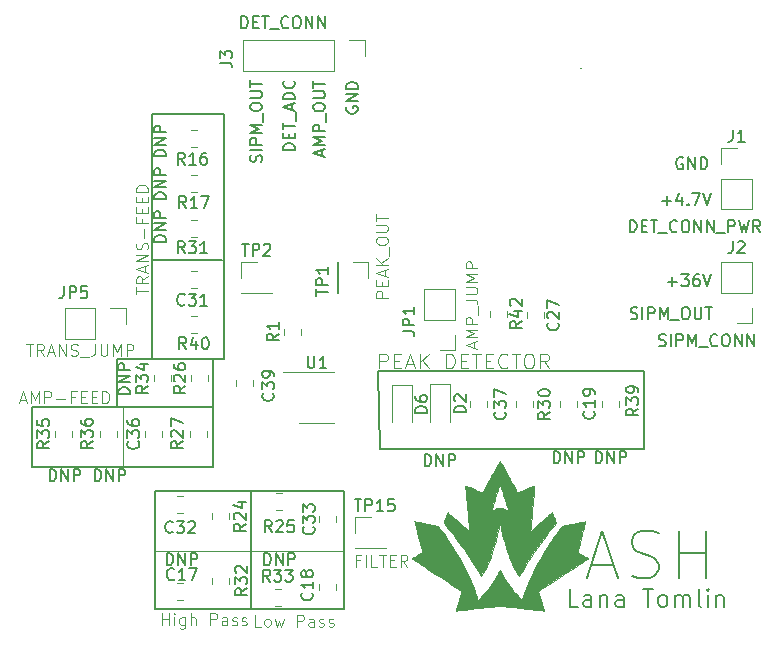
<source format=gbr>
%TF.GenerationSoftware,KiCad,Pcbnew,(5.1.9)-1*%
%TF.CreationDate,2021-07-10T09:16:25-04:00*%
%TF.ProjectId,detector_circuit_LTC6254,64657465-6374-46f7-925f-636972637569,rev?*%
%TF.SameCoordinates,Original*%
%TF.FileFunction,Legend,Top*%
%TF.FilePolarity,Positive*%
%FSLAX46Y46*%
G04 Gerber Fmt 4.6, Leading zero omitted, Abs format (unit mm)*
G04 Created by KiCad (PCBNEW (5.1.9)-1) date 2021-07-10 09:16:25*
%MOMM*%
%LPD*%
G01*
G04 APERTURE LIST*
%ADD10C,0.150000*%
%ADD11C,0.100000*%
%ADD12C,0.120000*%
%ADD13C,0.010000*%
G04 APERTURE END LIST*
D10*
X118221285Y-133421380D02*
X118221285Y-132421380D01*
X118459380Y-132421380D01*
X118602238Y-132469000D01*
X118697476Y-132564238D01*
X118745095Y-132659476D01*
X118792714Y-132849952D01*
X118792714Y-132992809D01*
X118745095Y-133183285D01*
X118697476Y-133278523D01*
X118602238Y-133373761D01*
X118459380Y-133421380D01*
X118221285Y-133421380D01*
X119221285Y-133421380D02*
X119221285Y-132421380D01*
X119792714Y-133421380D01*
X119792714Y-132421380D01*
X120268904Y-133421380D02*
X120268904Y-132421380D01*
X120649857Y-132421380D01*
X120745095Y-132469000D01*
X120792714Y-132516619D01*
X120840333Y-132611857D01*
X120840333Y-132754714D01*
X120792714Y-132849952D01*
X120745095Y-132897571D01*
X120649857Y-132945190D01*
X120268904Y-132945190D01*
X132334619Y-141763666D02*
X134239380Y-141763666D01*
X131953666Y-142906523D02*
X133287000Y-138906523D01*
X134620333Y-142906523D01*
X135763190Y-142716047D02*
X136334619Y-142906523D01*
X137287000Y-142906523D01*
X137667952Y-142716047D01*
X137858428Y-142525571D01*
X138048904Y-142144619D01*
X138048904Y-141763666D01*
X137858428Y-141382714D01*
X137667952Y-141192238D01*
X137287000Y-141001761D01*
X136525095Y-140811285D01*
X136144142Y-140620809D01*
X135953666Y-140430333D01*
X135763190Y-140049380D01*
X135763190Y-139668428D01*
X135953666Y-139287476D01*
X136144142Y-139097000D01*
X136525095Y-138906523D01*
X137477476Y-138906523D01*
X138048904Y-139097000D01*
X139763190Y-142906523D02*
X139763190Y-138906523D01*
X139763190Y-140811285D02*
X142048904Y-140811285D01*
X142048904Y-142906523D02*
X142048904Y-138906523D01*
X136779000Y-131953000D02*
X136779000Y-125349000D01*
X114427000Y-131953000D02*
X136779000Y-131953000D01*
X114300000Y-125349000D02*
X114427000Y-131953000D01*
X95123000Y-124333000D02*
X95123000Y-103632000D01*
X101219000Y-124333000D02*
X100330000Y-124333000D01*
X101219000Y-123952000D02*
X101219000Y-124333000D01*
X84963000Y-133477000D02*
X100330000Y-133477000D01*
X111641000Y-102996904D02*
X111593380Y-103092142D01*
X111593380Y-103235000D01*
X111641000Y-103377857D01*
X111736238Y-103473095D01*
X111831476Y-103520714D01*
X112021952Y-103568333D01*
X112164809Y-103568333D01*
X112355285Y-103520714D01*
X112450523Y-103473095D01*
X112545761Y-103377857D01*
X112593380Y-103235000D01*
X112593380Y-103139761D01*
X112545761Y-102996904D01*
X112498142Y-102949285D01*
X112164809Y-102949285D01*
X112164809Y-103139761D01*
X112593380Y-102520714D02*
X111593380Y-102520714D01*
X112593380Y-101949285D01*
X111593380Y-101949285D01*
X112593380Y-101473095D02*
X111593380Y-101473095D01*
X111593380Y-101235000D01*
X111641000Y-101092142D01*
X111736238Y-100996904D01*
X111831476Y-100949285D01*
X112021952Y-100901666D01*
X112164809Y-100901666D01*
X112355285Y-100949285D01*
X112450523Y-100996904D01*
X112545761Y-101092142D01*
X112593380Y-101235000D01*
X112593380Y-101473095D01*
X109513666Y-107132047D02*
X109513666Y-106655857D01*
X109799380Y-107227285D02*
X108799380Y-106893952D01*
X109799380Y-106560619D01*
X109799380Y-106227285D02*
X108799380Y-106227285D01*
X109513666Y-105893952D01*
X108799380Y-105560619D01*
X109799380Y-105560619D01*
X109799380Y-105084428D02*
X108799380Y-105084428D01*
X108799380Y-104703476D01*
X108847000Y-104608238D01*
X108894619Y-104560619D01*
X108989857Y-104513000D01*
X109132714Y-104513000D01*
X109227952Y-104560619D01*
X109275571Y-104608238D01*
X109323190Y-104703476D01*
X109323190Y-105084428D01*
X109894619Y-104322523D02*
X109894619Y-103560619D01*
X108799380Y-103132047D02*
X108799380Y-102941571D01*
X108847000Y-102846333D01*
X108942238Y-102751095D01*
X109132714Y-102703476D01*
X109466047Y-102703476D01*
X109656523Y-102751095D01*
X109751761Y-102846333D01*
X109799380Y-102941571D01*
X109799380Y-103132047D01*
X109751761Y-103227285D01*
X109656523Y-103322523D01*
X109466047Y-103370142D01*
X109132714Y-103370142D01*
X108942238Y-103322523D01*
X108847000Y-103227285D01*
X108799380Y-103132047D01*
X108799380Y-102274904D02*
X109608904Y-102274904D01*
X109704142Y-102227285D01*
X109751761Y-102179666D01*
X109799380Y-102084428D01*
X109799380Y-101893952D01*
X109751761Y-101798714D01*
X109704142Y-101751095D01*
X109608904Y-101703476D01*
X108799380Y-101703476D01*
X108799380Y-101370142D02*
X108799380Y-100798714D01*
X109799380Y-101084428D02*
X108799380Y-101084428D01*
X107259380Y-106663761D02*
X106259380Y-106663761D01*
X106259380Y-106425666D01*
X106307000Y-106282809D01*
X106402238Y-106187571D01*
X106497476Y-106139952D01*
X106687952Y-106092333D01*
X106830809Y-106092333D01*
X107021285Y-106139952D01*
X107116523Y-106187571D01*
X107211761Y-106282809D01*
X107259380Y-106425666D01*
X107259380Y-106663761D01*
X106735571Y-105663761D02*
X106735571Y-105330428D01*
X107259380Y-105187571D02*
X107259380Y-105663761D01*
X106259380Y-105663761D01*
X106259380Y-105187571D01*
X106259380Y-104901857D02*
X106259380Y-104330428D01*
X107259380Y-104616142D02*
X106259380Y-104616142D01*
X107354619Y-104235190D02*
X107354619Y-103473285D01*
X106973666Y-103282809D02*
X106973666Y-102806619D01*
X107259380Y-103378047D02*
X106259380Y-103044714D01*
X107259380Y-102711380D01*
X107259380Y-102378047D02*
X106259380Y-102378047D01*
X106259380Y-102139952D01*
X106307000Y-101997095D01*
X106402238Y-101901857D01*
X106497476Y-101854238D01*
X106687952Y-101806619D01*
X106830809Y-101806619D01*
X107021285Y-101854238D01*
X107116523Y-101901857D01*
X107211761Y-101997095D01*
X107259380Y-102139952D01*
X107259380Y-102378047D01*
X107164142Y-100806619D02*
X107211761Y-100854238D01*
X107259380Y-100997095D01*
X107259380Y-101092333D01*
X107211761Y-101235190D01*
X107116523Y-101330428D01*
X107021285Y-101378047D01*
X106830809Y-101425666D01*
X106687952Y-101425666D01*
X106497476Y-101378047D01*
X106402238Y-101330428D01*
X106307000Y-101235190D01*
X106259380Y-101092333D01*
X106259380Y-100997095D01*
X106307000Y-100854238D01*
X106354619Y-100806619D01*
X104417761Y-107671761D02*
X104465380Y-107528904D01*
X104465380Y-107290809D01*
X104417761Y-107195571D01*
X104370142Y-107147952D01*
X104274904Y-107100333D01*
X104179666Y-107100333D01*
X104084428Y-107147952D01*
X104036809Y-107195571D01*
X103989190Y-107290809D01*
X103941571Y-107481285D01*
X103893952Y-107576523D01*
X103846333Y-107624142D01*
X103751095Y-107671761D01*
X103655857Y-107671761D01*
X103560619Y-107624142D01*
X103513000Y-107576523D01*
X103465380Y-107481285D01*
X103465380Y-107243190D01*
X103513000Y-107100333D01*
X104465380Y-106671761D02*
X103465380Y-106671761D01*
X104465380Y-106195571D02*
X103465380Y-106195571D01*
X103465380Y-105814619D01*
X103513000Y-105719380D01*
X103560619Y-105671761D01*
X103655857Y-105624142D01*
X103798714Y-105624142D01*
X103893952Y-105671761D01*
X103941571Y-105719380D01*
X103989190Y-105814619D01*
X103989190Y-106195571D01*
X104465380Y-105195571D02*
X103465380Y-105195571D01*
X104179666Y-104862238D01*
X103465380Y-104528904D01*
X104465380Y-104528904D01*
X104560619Y-104290809D02*
X104560619Y-103528904D01*
X103465380Y-103100333D02*
X103465380Y-102909857D01*
X103513000Y-102814619D01*
X103608238Y-102719380D01*
X103798714Y-102671761D01*
X104132047Y-102671761D01*
X104322523Y-102719380D01*
X104417761Y-102814619D01*
X104465380Y-102909857D01*
X104465380Y-103100333D01*
X104417761Y-103195571D01*
X104322523Y-103290809D01*
X104132047Y-103338428D01*
X103798714Y-103338428D01*
X103608238Y-103290809D01*
X103513000Y-103195571D01*
X103465380Y-103100333D01*
X103465380Y-102243190D02*
X104274904Y-102243190D01*
X104370142Y-102195571D01*
X104417761Y-102147952D01*
X104465380Y-102052714D01*
X104465380Y-101862238D01*
X104417761Y-101767000D01*
X104370142Y-101719380D01*
X104274904Y-101671761D01*
X103465380Y-101671761D01*
X103465380Y-101338428D02*
X103465380Y-100767000D01*
X104465380Y-101052714D02*
X103465380Y-101052714D01*
X140081095Y-107323000D02*
X139985857Y-107275380D01*
X139843000Y-107275380D01*
X139700142Y-107323000D01*
X139604904Y-107418238D01*
X139557285Y-107513476D01*
X139509666Y-107703952D01*
X139509666Y-107846809D01*
X139557285Y-108037285D01*
X139604904Y-108132523D01*
X139700142Y-108227761D01*
X139843000Y-108275380D01*
X139938238Y-108275380D01*
X140081095Y-108227761D01*
X140128714Y-108180142D01*
X140128714Y-107846809D01*
X139938238Y-107846809D01*
X140557285Y-108275380D02*
X140557285Y-107275380D01*
X141128714Y-108275380D01*
X141128714Y-107275380D01*
X141604904Y-108275380D02*
X141604904Y-107275380D01*
X141843000Y-107275380D01*
X141985857Y-107323000D01*
X142081095Y-107418238D01*
X142128714Y-107513476D01*
X142176333Y-107703952D01*
X142176333Y-107846809D01*
X142128714Y-108037285D01*
X142081095Y-108132523D01*
X141985857Y-108227761D01*
X141843000Y-108275380D01*
X141604904Y-108275380D01*
X138335000Y-110942428D02*
X139096904Y-110942428D01*
X138715952Y-111323380D02*
X138715952Y-110561476D01*
X140001666Y-110656714D02*
X140001666Y-111323380D01*
X139763571Y-110275761D02*
X139525476Y-110990047D01*
X140144523Y-110990047D01*
X140525476Y-111228142D02*
X140573095Y-111275761D01*
X140525476Y-111323380D01*
X140477857Y-111275761D01*
X140525476Y-111228142D01*
X140525476Y-111323380D01*
X140906428Y-110323380D02*
X141573095Y-110323380D01*
X141144523Y-111323380D01*
X141811190Y-110323380D02*
X142144523Y-111323380D01*
X142477857Y-110323380D01*
X138827095Y-117800428D02*
X139589000Y-117800428D01*
X139208047Y-118181380D02*
X139208047Y-117419476D01*
X139969952Y-117181380D02*
X140589000Y-117181380D01*
X140255666Y-117562333D01*
X140398523Y-117562333D01*
X140493761Y-117609952D01*
X140541380Y-117657571D01*
X140589000Y-117752809D01*
X140589000Y-117990904D01*
X140541380Y-118086142D01*
X140493761Y-118133761D01*
X140398523Y-118181380D01*
X140112809Y-118181380D01*
X140017571Y-118133761D01*
X139969952Y-118086142D01*
X141446142Y-117181380D02*
X141255666Y-117181380D01*
X141160428Y-117229000D01*
X141112809Y-117276619D01*
X141017571Y-117419476D01*
X140969952Y-117609952D01*
X140969952Y-117990904D01*
X141017571Y-118086142D01*
X141065190Y-118133761D01*
X141160428Y-118181380D01*
X141350904Y-118181380D01*
X141446142Y-118133761D01*
X141493761Y-118086142D01*
X141541380Y-117990904D01*
X141541380Y-117752809D01*
X141493761Y-117657571D01*
X141446142Y-117609952D01*
X141350904Y-117562333D01*
X141160428Y-117562333D01*
X141065190Y-117609952D01*
X141017571Y-117657571D01*
X140969952Y-117752809D01*
X141827095Y-117181380D02*
X142160428Y-118181380D01*
X142493761Y-117181380D01*
X135660238Y-120927761D02*
X135803095Y-120975380D01*
X136041190Y-120975380D01*
X136136428Y-120927761D01*
X136184047Y-120880142D01*
X136231666Y-120784904D01*
X136231666Y-120689666D01*
X136184047Y-120594428D01*
X136136428Y-120546809D01*
X136041190Y-120499190D01*
X135850714Y-120451571D01*
X135755476Y-120403952D01*
X135707857Y-120356333D01*
X135660238Y-120261095D01*
X135660238Y-120165857D01*
X135707857Y-120070619D01*
X135755476Y-120023000D01*
X135850714Y-119975380D01*
X136088809Y-119975380D01*
X136231666Y-120023000D01*
X136660238Y-120975380D02*
X136660238Y-119975380D01*
X137136428Y-120975380D02*
X137136428Y-119975380D01*
X137517380Y-119975380D01*
X137612619Y-120023000D01*
X137660238Y-120070619D01*
X137707857Y-120165857D01*
X137707857Y-120308714D01*
X137660238Y-120403952D01*
X137612619Y-120451571D01*
X137517380Y-120499190D01*
X137136428Y-120499190D01*
X138136428Y-120975380D02*
X138136428Y-119975380D01*
X138469761Y-120689666D01*
X138803095Y-119975380D01*
X138803095Y-120975380D01*
X139041190Y-121070619D02*
X139803095Y-121070619D01*
X140231666Y-119975380D02*
X140422142Y-119975380D01*
X140517380Y-120023000D01*
X140612619Y-120118238D01*
X140660238Y-120308714D01*
X140660238Y-120642047D01*
X140612619Y-120832523D01*
X140517380Y-120927761D01*
X140422142Y-120975380D01*
X140231666Y-120975380D01*
X140136428Y-120927761D01*
X140041190Y-120832523D01*
X139993571Y-120642047D01*
X139993571Y-120308714D01*
X140041190Y-120118238D01*
X140136428Y-120023000D01*
X140231666Y-119975380D01*
X141088809Y-119975380D02*
X141088809Y-120784904D01*
X141136428Y-120880142D01*
X141184047Y-120927761D01*
X141279285Y-120975380D01*
X141469761Y-120975380D01*
X141565000Y-120927761D01*
X141612619Y-120880142D01*
X141660238Y-120784904D01*
X141660238Y-119975380D01*
X141993571Y-119975380D02*
X142565000Y-119975380D01*
X142279285Y-120975380D02*
X142279285Y-119975380D01*
X131445000Y-99695000D02*
X131445000Y-99695000D01*
X111379000Y-145542000D02*
X111379000Y-144780000D01*
X95377000Y-145542000D02*
X111379000Y-145542000D01*
X131211571Y-145331571D02*
X130497285Y-145331571D01*
X130497285Y-143831571D01*
X132354428Y-145331571D02*
X132354428Y-144545857D01*
X132283000Y-144403000D01*
X132140142Y-144331571D01*
X131854428Y-144331571D01*
X131711571Y-144403000D01*
X132354428Y-145260142D02*
X132211571Y-145331571D01*
X131854428Y-145331571D01*
X131711571Y-145260142D01*
X131640142Y-145117285D01*
X131640142Y-144974428D01*
X131711571Y-144831571D01*
X131854428Y-144760142D01*
X132211571Y-144760142D01*
X132354428Y-144688714D01*
X133068714Y-144331571D02*
X133068714Y-145331571D01*
X133068714Y-144474428D02*
X133140142Y-144403000D01*
X133283000Y-144331571D01*
X133497285Y-144331571D01*
X133640142Y-144403000D01*
X133711571Y-144545857D01*
X133711571Y-145331571D01*
X135068714Y-145331571D02*
X135068714Y-144545857D01*
X134997285Y-144403000D01*
X134854428Y-144331571D01*
X134568714Y-144331571D01*
X134425857Y-144403000D01*
X135068714Y-145260142D02*
X134925857Y-145331571D01*
X134568714Y-145331571D01*
X134425857Y-145260142D01*
X134354428Y-145117285D01*
X134354428Y-144974428D01*
X134425857Y-144831571D01*
X134568714Y-144760142D01*
X134925857Y-144760142D01*
X135068714Y-144688714D01*
X136711571Y-143831571D02*
X137568714Y-143831571D01*
X137140142Y-145331571D02*
X137140142Y-143831571D01*
X138283000Y-145331571D02*
X138140142Y-145260142D01*
X138068714Y-145188714D01*
X137997285Y-145045857D01*
X137997285Y-144617285D01*
X138068714Y-144474428D01*
X138140142Y-144403000D01*
X138283000Y-144331571D01*
X138497285Y-144331571D01*
X138640142Y-144403000D01*
X138711571Y-144474428D01*
X138783000Y-144617285D01*
X138783000Y-145045857D01*
X138711571Y-145188714D01*
X138640142Y-145260142D01*
X138497285Y-145331571D01*
X138283000Y-145331571D01*
X139425857Y-145331571D02*
X139425857Y-144331571D01*
X139425857Y-144474428D02*
X139497285Y-144403000D01*
X139640142Y-144331571D01*
X139854428Y-144331571D01*
X139997285Y-144403000D01*
X140068714Y-144545857D01*
X140068714Y-145331571D01*
X140068714Y-144545857D02*
X140140142Y-144403000D01*
X140283000Y-144331571D01*
X140497285Y-144331571D01*
X140640142Y-144403000D01*
X140711571Y-144545857D01*
X140711571Y-145331571D01*
X141640142Y-145331571D02*
X141497285Y-145260142D01*
X141425857Y-145117285D01*
X141425857Y-143831571D01*
X142211571Y-145331571D02*
X142211571Y-144331571D01*
X142211571Y-143831571D02*
X142140142Y-143903000D01*
X142211571Y-143974428D01*
X142283000Y-143903000D01*
X142211571Y-143831571D01*
X142211571Y-143974428D01*
X142925857Y-144331571D02*
X142925857Y-145331571D01*
X142925857Y-144474428D02*
X142997285Y-144403000D01*
X143140142Y-144331571D01*
X143354428Y-144331571D01*
X143497285Y-144403000D01*
X143568714Y-144545857D01*
X143568714Y-145331571D01*
D11*
X114396142Y-125152476D02*
X114396142Y-123902476D01*
X114872333Y-123902476D01*
X114991380Y-123962000D01*
X115050904Y-124021523D01*
X115110428Y-124140571D01*
X115110428Y-124319142D01*
X115050904Y-124438190D01*
X114991380Y-124497714D01*
X114872333Y-124557238D01*
X114396142Y-124557238D01*
X115646142Y-124497714D02*
X116062809Y-124497714D01*
X116241380Y-125152476D02*
X115646142Y-125152476D01*
X115646142Y-123902476D01*
X116241380Y-123902476D01*
X116717571Y-124795333D02*
X117312809Y-124795333D01*
X116598523Y-125152476D02*
X117015190Y-123902476D01*
X117431857Y-125152476D01*
X117848523Y-125152476D02*
X117848523Y-123902476D01*
X118562809Y-125152476D02*
X118027095Y-124438190D01*
X118562809Y-123902476D02*
X117848523Y-124616761D01*
X120050904Y-125152476D02*
X120050904Y-123902476D01*
X120348523Y-123902476D01*
X120527095Y-123962000D01*
X120646142Y-124081047D01*
X120705666Y-124200095D01*
X120765190Y-124438190D01*
X120765190Y-124616761D01*
X120705666Y-124854857D01*
X120646142Y-124973904D01*
X120527095Y-125092952D01*
X120348523Y-125152476D01*
X120050904Y-125152476D01*
X121300904Y-124497714D02*
X121717571Y-124497714D01*
X121896142Y-125152476D02*
X121300904Y-125152476D01*
X121300904Y-123902476D01*
X121896142Y-123902476D01*
X122253285Y-123902476D02*
X122967571Y-123902476D01*
X122610428Y-125152476D02*
X122610428Y-123902476D01*
X123384238Y-124497714D02*
X123800904Y-124497714D01*
X123979476Y-125152476D02*
X123384238Y-125152476D01*
X123384238Y-123902476D01*
X123979476Y-123902476D01*
X125229476Y-125033428D02*
X125169952Y-125092952D01*
X124991380Y-125152476D01*
X124872333Y-125152476D01*
X124693761Y-125092952D01*
X124574714Y-124973904D01*
X124515190Y-124854857D01*
X124455666Y-124616761D01*
X124455666Y-124438190D01*
X124515190Y-124200095D01*
X124574714Y-124081047D01*
X124693761Y-123962000D01*
X124872333Y-123902476D01*
X124991380Y-123902476D01*
X125169952Y-123962000D01*
X125229476Y-124021523D01*
X125586619Y-123902476D02*
X126300904Y-123902476D01*
X125943761Y-125152476D02*
X125943761Y-123902476D01*
X126955666Y-123902476D02*
X127193761Y-123902476D01*
X127312809Y-123962000D01*
X127431857Y-124081047D01*
X127491380Y-124319142D01*
X127491380Y-124735809D01*
X127431857Y-124973904D01*
X127312809Y-125092952D01*
X127193761Y-125152476D01*
X126955666Y-125152476D01*
X126836619Y-125092952D01*
X126717571Y-124973904D01*
X126658047Y-124735809D01*
X126658047Y-124319142D01*
X126717571Y-124081047D01*
X126836619Y-123962000D01*
X126955666Y-123902476D01*
X128741380Y-125152476D02*
X128324714Y-124557238D01*
X128027095Y-125152476D02*
X128027095Y-123902476D01*
X128503285Y-123902476D01*
X128622333Y-123962000D01*
X128681857Y-124021523D01*
X128741380Y-124140571D01*
X128741380Y-124319142D01*
X128681857Y-124438190D01*
X128622333Y-124497714D01*
X128503285Y-124557238D01*
X128027095Y-124557238D01*
X83995095Y-127801666D02*
X84471285Y-127801666D01*
X83899857Y-128087380D02*
X84233190Y-127087380D01*
X84566523Y-128087380D01*
X84899857Y-128087380D02*
X84899857Y-127087380D01*
X85233190Y-127801666D01*
X85566523Y-127087380D01*
X85566523Y-128087380D01*
X86042714Y-128087380D02*
X86042714Y-127087380D01*
X86423666Y-127087380D01*
X86518904Y-127135000D01*
X86566523Y-127182619D01*
X86614142Y-127277857D01*
X86614142Y-127420714D01*
X86566523Y-127515952D01*
X86518904Y-127563571D01*
X86423666Y-127611190D01*
X86042714Y-127611190D01*
X87042714Y-127706428D02*
X87804619Y-127706428D01*
X88614142Y-127563571D02*
X88280809Y-127563571D01*
X88280809Y-128087380D02*
X88280809Y-127087380D01*
X88757000Y-127087380D01*
X89137952Y-127563571D02*
X89471285Y-127563571D01*
X89614142Y-128087380D02*
X89137952Y-128087380D01*
X89137952Y-127087380D01*
X89614142Y-127087380D01*
X90042714Y-127563571D02*
X90376047Y-127563571D01*
X90518904Y-128087380D02*
X90042714Y-128087380D01*
X90042714Y-127087380D01*
X90518904Y-127087380D01*
X90947476Y-128087380D02*
X90947476Y-127087380D01*
X91185571Y-127087380D01*
X91328428Y-127135000D01*
X91423666Y-127230238D01*
X91471285Y-127325476D01*
X91518904Y-127515952D01*
X91518904Y-127658809D01*
X91471285Y-127849285D01*
X91423666Y-127944523D01*
X91328428Y-128039761D01*
X91185571Y-128087380D01*
X90947476Y-128087380D01*
D10*
X95377000Y-135509000D02*
X95377000Y-136144000D01*
X111379000Y-135509000D02*
X95377000Y-135509000D01*
D11*
X103505000Y-140589000D02*
X95377000Y-140589000D01*
X104378476Y-147010380D02*
X103902285Y-147010380D01*
X103902285Y-146010380D01*
X104854666Y-147010380D02*
X104759428Y-146962761D01*
X104711809Y-146915142D01*
X104664190Y-146819904D01*
X104664190Y-146534190D01*
X104711809Y-146438952D01*
X104759428Y-146391333D01*
X104854666Y-146343714D01*
X104997523Y-146343714D01*
X105092761Y-146391333D01*
X105140380Y-146438952D01*
X105188000Y-146534190D01*
X105188000Y-146819904D01*
X105140380Y-146915142D01*
X105092761Y-146962761D01*
X104997523Y-147010380D01*
X104854666Y-147010380D01*
X105521333Y-146343714D02*
X105711809Y-147010380D01*
X105902285Y-146534190D01*
X106092761Y-147010380D01*
X106283238Y-146343714D01*
X107426095Y-147010380D02*
X107426095Y-146010380D01*
X107807047Y-146010380D01*
X107902285Y-146058000D01*
X107949904Y-146105619D01*
X107997523Y-146200857D01*
X107997523Y-146343714D01*
X107949904Y-146438952D01*
X107902285Y-146486571D01*
X107807047Y-146534190D01*
X107426095Y-146534190D01*
X108854666Y-147010380D02*
X108854666Y-146486571D01*
X108807047Y-146391333D01*
X108711809Y-146343714D01*
X108521333Y-146343714D01*
X108426095Y-146391333D01*
X108854666Y-146962761D02*
X108759428Y-147010380D01*
X108521333Y-147010380D01*
X108426095Y-146962761D01*
X108378476Y-146867523D01*
X108378476Y-146772285D01*
X108426095Y-146677047D01*
X108521333Y-146629428D01*
X108759428Y-146629428D01*
X108854666Y-146581809D01*
X109283238Y-146962761D02*
X109378476Y-147010380D01*
X109568952Y-147010380D01*
X109664190Y-146962761D01*
X109711809Y-146867523D01*
X109711809Y-146819904D01*
X109664190Y-146724666D01*
X109568952Y-146677047D01*
X109426095Y-146677047D01*
X109330857Y-146629428D01*
X109283238Y-146534190D01*
X109283238Y-146486571D01*
X109330857Y-146391333D01*
X109426095Y-146343714D01*
X109568952Y-146343714D01*
X109664190Y-146391333D01*
X110092761Y-146962761D02*
X110188000Y-147010380D01*
X110378476Y-147010380D01*
X110473714Y-146962761D01*
X110521333Y-146867523D01*
X110521333Y-146819904D01*
X110473714Y-146724666D01*
X110378476Y-146677047D01*
X110235619Y-146677047D01*
X110140380Y-146629428D01*
X110092761Y-146534190D01*
X110092761Y-146486571D01*
X110140380Y-146391333D01*
X110235619Y-146343714D01*
X110378476Y-146343714D01*
X110473714Y-146391333D01*
X95996571Y-146883380D02*
X95996571Y-145883380D01*
X95996571Y-146359571D02*
X96568000Y-146359571D01*
X96568000Y-146883380D02*
X96568000Y-145883380D01*
X97044190Y-146883380D02*
X97044190Y-146216714D01*
X97044190Y-145883380D02*
X96996571Y-145931000D01*
X97044190Y-145978619D01*
X97091809Y-145931000D01*
X97044190Y-145883380D01*
X97044190Y-145978619D01*
X97948952Y-146216714D02*
X97948952Y-147026238D01*
X97901333Y-147121476D01*
X97853714Y-147169095D01*
X97758476Y-147216714D01*
X97615619Y-147216714D01*
X97520380Y-147169095D01*
X97948952Y-146835761D02*
X97853714Y-146883380D01*
X97663238Y-146883380D01*
X97568000Y-146835761D01*
X97520380Y-146788142D01*
X97472761Y-146692904D01*
X97472761Y-146407190D01*
X97520380Y-146311952D01*
X97568000Y-146264333D01*
X97663238Y-146216714D01*
X97853714Y-146216714D01*
X97948952Y-146264333D01*
X98425142Y-146883380D02*
X98425142Y-145883380D01*
X98853714Y-146883380D02*
X98853714Y-146359571D01*
X98806095Y-146264333D01*
X98710857Y-146216714D01*
X98568000Y-146216714D01*
X98472761Y-146264333D01*
X98425142Y-146311952D01*
X100091809Y-146883380D02*
X100091809Y-145883380D01*
X100472761Y-145883380D01*
X100568000Y-145931000D01*
X100615619Y-145978619D01*
X100663238Y-146073857D01*
X100663238Y-146216714D01*
X100615619Y-146311952D01*
X100568000Y-146359571D01*
X100472761Y-146407190D01*
X100091809Y-146407190D01*
X101520380Y-146883380D02*
X101520380Y-146359571D01*
X101472761Y-146264333D01*
X101377523Y-146216714D01*
X101187047Y-146216714D01*
X101091809Y-146264333D01*
X101520380Y-146835761D02*
X101425142Y-146883380D01*
X101187047Y-146883380D01*
X101091809Y-146835761D01*
X101044190Y-146740523D01*
X101044190Y-146645285D01*
X101091809Y-146550047D01*
X101187047Y-146502428D01*
X101425142Y-146502428D01*
X101520380Y-146454809D01*
X101948952Y-146835761D02*
X102044190Y-146883380D01*
X102234666Y-146883380D01*
X102329904Y-146835761D01*
X102377523Y-146740523D01*
X102377523Y-146692904D01*
X102329904Y-146597666D01*
X102234666Y-146550047D01*
X102091809Y-146550047D01*
X101996571Y-146502428D01*
X101948952Y-146407190D01*
X101948952Y-146359571D01*
X101996571Y-146264333D01*
X102091809Y-146216714D01*
X102234666Y-146216714D01*
X102329904Y-146264333D01*
X102758476Y-146835761D02*
X102853714Y-146883380D01*
X103044190Y-146883380D01*
X103139428Y-146835761D01*
X103187047Y-146740523D01*
X103187047Y-146692904D01*
X103139428Y-146597666D01*
X103044190Y-146550047D01*
X102901333Y-146550047D01*
X102806095Y-146502428D01*
X102758476Y-146407190D01*
X102758476Y-146359571D01*
X102806095Y-146264333D01*
X102901333Y-146216714D01*
X103044190Y-146216714D01*
X103139428Y-146264333D01*
D10*
X84963000Y-128397000D02*
X84963000Y-133477000D01*
X100330000Y-128397000D02*
X100330000Y-124333000D01*
X100330000Y-124333000D02*
X92202000Y-124333000D01*
X92202000Y-124333000D02*
X92202000Y-128397000D01*
D11*
X93813380Y-118839666D02*
X93813380Y-118268238D01*
X94813380Y-118553952D02*
X93813380Y-118553952D01*
X94813380Y-117363476D02*
X94337190Y-117696809D01*
X94813380Y-117934904D02*
X93813380Y-117934904D01*
X93813380Y-117553952D01*
X93861000Y-117458714D01*
X93908619Y-117411095D01*
X94003857Y-117363476D01*
X94146714Y-117363476D01*
X94241952Y-117411095D01*
X94289571Y-117458714D01*
X94337190Y-117553952D01*
X94337190Y-117934904D01*
X94527666Y-116982523D02*
X94527666Y-116506333D01*
X94813380Y-117077761D02*
X93813380Y-116744428D01*
X94813380Y-116411095D01*
X94813380Y-116077761D02*
X93813380Y-116077761D01*
X94813380Y-115506333D01*
X93813380Y-115506333D01*
X94765761Y-115077761D02*
X94813380Y-114934904D01*
X94813380Y-114696809D01*
X94765761Y-114601571D01*
X94718142Y-114553952D01*
X94622904Y-114506333D01*
X94527666Y-114506333D01*
X94432428Y-114553952D01*
X94384809Y-114601571D01*
X94337190Y-114696809D01*
X94289571Y-114887285D01*
X94241952Y-114982523D01*
X94194333Y-115030142D01*
X94099095Y-115077761D01*
X94003857Y-115077761D01*
X93908619Y-115030142D01*
X93861000Y-114982523D01*
X93813380Y-114887285D01*
X93813380Y-114649190D01*
X93861000Y-114506333D01*
X94432428Y-114077761D02*
X94432428Y-113315857D01*
X94289571Y-112506333D02*
X94289571Y-112839666D01*
X94813380Y-112839666D02*
X93813380Y-112839666D01*
X93813380Y-112363476D01*
X94289571Y-111982523D02*
X94289571Y-111649190D01*
X94813380Y-111506333D02*
X94813380Y-111982523D01*
X93813380Y-111982523D01*
X93813380Y-111506333D01*
X94289571Y-111077761D02*
X94289571Y-110744428D01*
X94813380Y-110601571D02*
X94813380Y-111077761D01*
X93813380Y-111077761D01*
X93813380Y-110601571D01*
X94813380Y-110173000D02*
X93813380Y-110173000D01*
X93813380Y-109934904D01*
X93861000Y-109792047D01*
X93956238Y-109696809D01*
X94051476Y-109649190D01*
X94241952Y-109601571D01*
X94384809Y-109601571D01*
X94575285Y-109649190D01*
X94670523Y-109696809D01*
X94765761Y-109792047D01*
X94813380Y-109934904D01*
X94813380Y-110173000D01*
X111379000Y-140589000D02*
X103505000Y-140589000D01*
D10*
X103505000Y-135509000D02*
X103505000Y-145415000D01*
X95377000Y-145542000D02*
X95377000Y-136017000D01*
X111379000Y-135509000D02*
X111379000Y-144780000D01*
X95123000Y-115951000D02*
X101092000Y-115951000D01*
D11*
X92710000Y-133477000D02*
X92710000Y-128397000D01*
D10*
X136779000Y-125349000D02*
X114300000Y-125349000D01*
X100330000Y-128397000D02*
X84963000Y-128397000D01*
X100330000Y-133477000D02*
X100330000Y-128397000D01*
X101219000Y-103632000D02*
X95123000Y-103632000D01*
X101219000Y-123952000D02*
X101219000Y-103632000D01*
D12*
%TO.C,TP2*%
X102683000Y-116145000D02*
X104013000Y-116145000D01*
X102683000Y-117475000D02*
X102683000Y-116145000D01*
X102683000Y-118745000D02*
X105343000Y-118745000D01*
X105343000Y-118745000D02*
X105343000Y-118805000D01*
X102683000Y-118745000D02*
X102683000Y-118805000D01*
X102683000Y-118805000D02*
X105343000Y-118805000D01*
%TO.C,U1*%
X109093000Y-129795000D02*
X110593000Y-129795000D01*
X109093000Y-129795000D02*
X107593000Y-129795000D01*
X109093000Y-125475000D02*
X110593000Y-125475000D01*
X109093000Y-125475000D02*
X106218000Y-125475000D01*
%TO.C,R1*%
X107771000Y-122308252D02*
X107771000Y-121785748D01*
X106351000Y-122308252D02*
X106351000Y-121785748D01*
%TO.C,J3*%
X113153500Y-97349000D02*
X113153500Y-98679000D01*
X111823500Y-97349000D02*
X113153500Y-97349000D01*
X110553500Y-97349000D02*
X110553500Y-100009000D01*
X110553500Y-100009000D02*
X102873500Y-100009000D01*
X110553500Y-97349000D02*
X102873500Y-97349000D01*
X102873500Y-97349000D02*
X102873500Y-100009000D01*
%TO.C,J2*%
X145983000Y-121345000D02*
X144653000Y-121345000D01*
X145983000Y-120015000D02*
X145983000Y-121345000D01*
X145983000Y-118745000D02*
X143323000Y-118745000D01*
X143323000Y-118745000D02*
X143323000Y-116145000D01*
X145983000Y-118745000D02*
X145983000Y-116145000D01*
X145983000Y-116145000D02*
X143323000Y-116145000D01*
%TO.C,J1*%
X143323000Y-106493000D02*
X144653000Y-106493000D01*
X143323000Y-107823000D02*
X143323000Y-106493000D01*
X143323000Y-109093000D02*
X145983000Y-109093000D01*
X145983000Y-109093000D02*
X145983000Y-111693000D01*
X143323000Y-109093000D02*
X143323000Y-111693000D01*
X143323000Y-111693000D02*
X145983000Y-111693000D01*
D13*
%TO.C,G\u002A\u002A\u002A*%
G36*
X117391062Y-138101241D02*
G01*
X117449055Y-138111529D01*
X117539987Y-138128415D01*
X117659855Y-138151135D01*
X117804656Y-138178924D01*
X117970388Y-138211019D01*
X118153049Y-138246656D01*
X118348635Y-138285072D01*
X118351991Y-138285733D01*
X118593674Y-138333689D01*
X118797012Y-138374803D01*
X118964728Y-138409693D01*
X119099547Y-138438979D01*
X119204192Y-138463281D01*
X119281389Y-138483218D01*
X119333860Y-138499409D01*
X119364329Y-138512474D01*
X119371735Y-138517630D01*
X119409139Y-138557887D01*
X119466581Y-138628155D01*
X119540723Y-138723860D01*
X119628230Y-138840429D01*
X119725765Y-138973288D01*
X119829992Y-139117865D01*
X119937574Y-139269585D01*
X120045176Y-139423876D01*
X120149461Y-139576164D01*
X120215018Y-139673603D01*
X120524738Y-140150774D01*
X120828186Y-140643964D01*
X121121912Y-141146785D01*
X121402468Y-141652848D01*
X121666405Y-142155763D01*
X121910273Y-142649142D01*
X122130625Y-143126595D01*
X122321966Y-143576683D01*
X122370206Y-143699689D01*
X122422641Y-143840073D01*
X122476811Y-143990573D01*
X122530254Y-144143924D01*
X122580510Y-144292863D01*
X122625119Y-144430127D01*
X122661619Y-144548453D01*
X122687549Y-144640578D01*
X122698683Y-144688645D01*
X122711454Y-144738560D01*
X122724871Y-144765041D01*
X122727739Y-144766329D01*
X122747767Y-144751213D01*
X122790709Y-144708948D01*
X122852412Y-144644162D01*
X122928719Y-144561481D01*
X123015477Y-144465532D01*
X123108531Y-144360942D01*
X123203726Y-144252337D01*
X123296907Y-144144344D01*
X123383920Y-144041589D01*
X123447460Y-143964844D01*
X123642053Y-143719214D01*
X123821248Y-143476228D01*
X123991415Y-143226365D01*
X124158920Y-142960104D01*
X124330131Y-142667925D01*
X124409483Y-142526533D01*
X124468571Y-142422418D01*
X124521515Y-142333671D01*
X124564867Y-142265707D01*
X124595180Y-142223940D01*
X124608771Y-142213468D01*
X124624568Y-142237637D01*
X124655509Y-142290727D01*
X124697085Y-142364833D01*
X124743491Y-142449649D01*
X124974160Y-142857177D01*
X125208570Y-143232356D01*
X125452893Y-143584505D01*
X125713303Y-143922946D01*
X125745694Y-143962796D01*
X125825003Y-144058332D01*
X125913789Y-144162792D01*
X126007910Y-144271558D01*
X126103221Y-144380016D01*
X126195577Y-144483550D01*
X126280834Y-144577544D01*
X126354849Y-144657381D01*
X126413476Y-144718446D01*
X126452572Y-144756124D01*
X126467133Y-144766329D01*
X126479867Y-144748054D01*
X126493306Y-144702730D01*
X126496189Y-144688645D01*
X126512429Y-144621323D01*
X126541111Y-144522273D01*
X126579774Y-144398758D01*
X126625956Y-144258042D01*
X126677198Y-144107387D01*
X126731039Y-143954058D01*
X126785018Y-143805316D01*
X126836674Y-143668426D01*
X126872906Y-143576683D01*
X127062799Y-143130057D01*
X127279238Y-142660865D01*
X127518750Y-142175540D01*
X127777861Y-141680520D01*
X128053099Y-141182240D01*
X128340988Y-140687137D01*
X128638057Y-140201645D01*
X128940831Y-139732201D01*
X128977782Y-139676652D01*
X129077903Y-139528408D01*
X129183573Y-139375066D01*
X129291465Y-139221193D01*
X129398247Y-139071356D01*
X129500590Y-138930122D01*
X129595164Y-138802058D01*
X129678639Y-138691731D01*
X129747687Y-138603707D01*
X129798976Y-138542554D01*
X129822225Y-138518455D01*
X129844277Y-138506553D01*
X129888920Y-138491423D01*
X129958698Y-138472487D01*
X130056156Y-138449167D01*
X130183839Y-138420886D01*
X130344293Y-138387066D01*
X130540062Y-138347129D01*
X130773690Y-138300498D01*
X130841970Y-138287005D01*
X131037830Y-138248483D01*
X131220834Y-138212711D01*
X131386980Y-138180456D01*
X131532267Y-138152484D01*
X131652697Y-138129560D01*
X131744267Y-138112452D01*
X131802978Y-138101925D01*
X131824828Y-138098745D01*
X131824862Y-138098762D01*
X131820630Y-138118856D01*
X131807094Y-138175249D01*
X131785302Y-138263801D01*
X131756307Y-138380372D01*
X131721157Y-138520825D01*
X131680902Y-138681019D01*
X131636594Y-138856816D01*
X131589281Y-139044077D01*
X131540015Y-139238661D01*
X131489844Y-139436432D01*
X131439820Y-139633248D01*
X131390992Y-139824972D01*
X131344411Y-140007463D01*
X131301126Y-140176584D01*
X131262187Y-140328194D01*
X131228645Y-140458155D01*
X131201550Y-140562327D01*
X131181952Y-140636573D01*
X131170900Y-140676751D01*
X131170423Y-140678348D01*
X131175491Y-140694246D01*
X131200391Y-140718408D01*
X131248351Y-140752955D01*
X131322600Y-140800004D01*
X131426365Y-140861675D01*
X131562877Y-140940087D01*
X131609472Y-140966498D01*
X131733127Y-141037048D01*
X131843764Y-141101365D01*
X131936469Y-141156493D01*
X132006325Y-141199476D01*
X132048418Y-141227358D01*
X132058816Y-141236672D01*
X132041682Y-141249903D01*
X131991699Y-141284502D01*
X131911002Y-141339058D01*
X131801723Y-141412165D01*
X131665996Y-141502412D01*
X131505954Y-141608392D01*
X131323729Y-141728695D01*
X131121455Y-141861913D01*
X130901266Y-142006636D01*
X130665293Y-142161458D01*
X130415671Y-142324968D01*
X130154531Y-142495757D01*
X129951088Y-142628637D01*
X129682631Y-142804051D01*
X129424076Y-142973321D01*
X129177558Y-143135033D01*
X128945213Y-143287774D01*
X128729173Y-143430129D01*
X128531573Y-143560684D01*
X128354548Y-143678024D01*
X128200233Y-143780737D01*
X128070760Y-143867406D01*
X127968266Y-143936620D01*
X127894884Y-143986962D01*
X127852748Y-144017020D01*
X127842936Y-144025409D01*
X127848957Y-144049258D01*
X127866317Y-144108530D01*
X127893676Y-144198879D01*
X127929694Y-144315957D01*
X127973032Y-144455418D01*
X128022349Y-144612916D01*
X128076306Y-144784102D01*
X128095734Y-144845486D01*
X128150584Y-145019962D01*
X128200682Y-145181965D01*
X128244763Y-145327205D01*
X128281562Y-145451392D01*
X128309816Y-145550237D01*
X128328260Y-145619451D01*
X128335629Y-145654744D01*
X128335342Y-145658306D01*
X128313076Y-145657873D01*
X128252330Y-145652714D01*
X128156058Y-145643159D01*
X128027213Y-145629540D01*
X127868751Y-145612188D01*
X127683625Y-145591434D01*
X127474790Y-145567610D01*
X127245199Y-145541046D01*
X126997807Y-145512074D01*
X126735568Y-145481025D01*
X126461436Y-145448230D01*
X126459582Y-145448007D01*
X124597436Y-145224093D01*
X122773451Y-145443938D01*
X122501133Y-145476694D01*
X122240019Y-145507974D01*
X121993173Y-145537418D01*
X121763657Y-145564667D01*
X121554536Y-145589361D01*
X121368873Y-145611141D01*
X121209731Y-145629647D01*
X121080175Y-145644519D01*
X120983269Y-145655398D01*
X120922075Y-145661925D01*
X120900279Y-145663782D01*
X120862492Y-145657518D01*
X120851092Y-145646459D01*
X120857205Y-145623386D01*
X120874642Y-145564889D01*
X120902053Y-145475320D01*
X120938091Y-145359026D01*
X120981404Y-145220357D01*
X121030644Y-145063661D01*
X121084461Y-144893288D01*
X121101544Y-144839378D01*
X121156518Y-144665465D01*
X121207312Y-144503690D01*
X121252575Y-144358437D01*
X121290957Y-144234093D01*
X121321104Y-144135043D01*
X121341667Y-144065673D01*
X121351292Y-144030369D01*
X121351846Y-144027078D01*
X121334687Y-144013017D01*
X121284673Y-143977608D01*
X121203939Y-143922270D01*
X121094616Y-143848416D01*
X120958841Y-143757464D01*
X120798747Y-143650830D01*
X120616467Y-143529930D01*
X120414137Y-143396179D01*
X120193889Y-143250995D01*
X119957859Y-143095793D01*
X119708179Y-142931988D01*
X119446985Y-142760998D01*
X119243875Y-142628277D01*
X118975461Y-142452894D01*
X118716952Y-142283733D01*
X118470481Y-142122203D01*
X118238182Y-141969714D01*
X118022187Y-141827673D01*
X117824629Y-141697489D01*
X117647640Y-141580570D01*
X117493354Y-141478324D01*
X117363902Y-141392161D01*
X117261419Y-141323488D01*
X117188037Y-141273715D01*
X117145888Y-141244249D01*
X117136056Y-141236312D01*
X117153464Y-141222146D01*
X117202412Y-141190598D01*
X117277986Y-141144620D01*
X117375270Y-141087163D01*
X117489349Y-141021179D01*
X117585400Y-140966498D01*
X117732102Y-140882788D01*
X117845113Y-140816439D01*
X117927663Y-140765331D01*
X117982980Y-140727346D01*
X118014292Y-140700365D01*
X118024828Y-140682269D01*
X118024449Y-140678348D01*
X118014049Y-140640807D01*
X117995027Y-140568893D01*
X117968433Y-140466745D01*
X117935318Y-140338503D01*
X117896731Y-140188306D01*
X117853722Y-140020295D01*
X117807341Y-139838607D01*
X117758639Y-139647384D01*
X117708664Y-139450765D01*
X117658469Y-139252888D01*
X117609101Y-139057894D01*
X117561612Y-138869923D01*
X117517051Y-138693113D01*
X117476468Y-138531604D01*
X117440914Y-138389536D01*
X117411438Y-138271049D01*
X117389090Y-138180281D01*
X117374921Y-138121373D01*
X117369981Y-138098464D01*
X117370009Y-138098314D01*
X117391062Y-138101241D01*
G37*
X117391062Y-138101241D02*
X117449055Y-138111529D01*
X117539987Y-138128415D01*
X117659855Y-138151135D01*
X117804656Y-138178924D01*
X117970388Y-138211019D01*
X118153049Y-138246656D01*
X118348635Y-138285072D01*
X118351991Y-138285733D01*
X118593674Y-138333689D01*
X118797012Y-138374803D01*
X118964728Y-138409693D01*
X119099547Y-138438979D01*
X119204192Y-138463281D01*
X119281389Y-138483218D01*
X119333860Y-138499409D01*
X119364329Y-138512474D01*
X119371735Y-138517630D01*
X119409139Y-138557887D01*
X119466581Y-138628155D01*
X119540723Y-138723860D01*
X119628230Y-138840429D01*
X119725765Y-138973288D01*
X119829992Y-139117865D01*
X119937574Y-139269585D01*
X120045176Y-139423876D01*
X120149461Y-139576164D01*
X120215018Y-139673603D01*
X120524738Y-140150774D01*
X120828186Y-140643964D01*
X121121912Y-141146785D01*
X121402468Y-141652848D01*
X121666405Y-142155763D01*
X121910273Y-142649142D01*
X122130625Y-143126595D01*
X122321966Y-143576683D01*
X122370206Y-143699689D01*
X122422641Y-143840073D01*
X122476811Y-143990573D01*
X122530254Y-144143924D01*
X122580510Y-144292863D01*
X122625119Y-144430127D01*
X122661619Y-144548453D01*
X122687549Y-144640578D01*
X122698683Y-144688645D01*
X122711454Y-144738560D01*
X122724871Y-144765041D01*
X122727739Y-144766329D01*
X122747767Y-144751213D01*
X122790709Y-144708948D01*
X122852412Y-144644162D01*
X122928719Y-144561481D01*
X123015477Y-144465532D01*
X123108531Y-144360942D01*
X123203726Y-144252337D01*
X123296907Y-144144344D01*
X123383920Y-144041589D01*
X123447460Y-143964844D01*
X123642053Y-143719214D01*
X123821248Y-143476228D01*
X123991415Y-143226365D01*
X124158920Y-142960104D01*
X124330131Y-142667925D01*
X124409483Y-142526533D01*
X124468571Y-142422418D01*
X124521515Y-142333671D01*
X124564867Y-142265707D01*
X124595180Y-142223940D01*
X124608771Y-142213468D01*
X124624568Y-142237637D01*
X124655509Y-142290727D01*
X124697085Y-142364833D01*
X124743491Y-142449649D01*
X124974160Y-142857177D01*
X125208570Y-143232356D01*
X125452893Y-143584505D01*
X125713303Y-143922946D01*
X125745694Y-143962796D01*
X125825003Y-144058332D01*
X125913789Y-144162792D01*
X126007910Y-144271558D01*
X126103221Y-144380016D01*
X126195577Y-144483550D01*
X126280834Y-144577544D01*
X126354849Y-144657381D01*
X126413476Y-144718446D01*
X126452572Y-144756124D01*
X126467133Y-144766329D01*
X126479867Y-144748054D01*
X126493306Y-144702730D01*
X126496189Y-144688645D01*
X126512429Y-144621323D01*
X126541111Y-144522273D01*
X126579774Y-144398758D01*
X126625956Y-144258042D01*
X126677198Y-144107387D01*
X126731039Y-143954058D01*
X126785018Y-143805316D01*
X126836674Y-143668426D01*
X126872906Y-143576683D01*
X127062799Y-143130057D01*
X127279238Y-142660865D01*
X127518750Y-142175540D01*
X127777861Y-141680520D01*
X128053099Y-141182240D01*
X128340988Y-140687137D01*
X128638057Y-140201645D01*
X128940831Y-139732201D01*
X128977782Y-139676652D01*
X129077903Y-139528408D01*
X129183573Y-139375066D01*
X129291465Y-139221193D01*
X129398247Y-139071356D01*
X129500590Y-138930122D01*
X129595164Y-138802058D01*
X129678639Y-138691731D01*
X129747687Y-138603707D01*
X129798976Y-138542554D01*
X129822225Y-138518455D01*
X129844277Y-138506553D01*
X129888920Y-138491423D01*
X129958698Y-138472487D01*
X130056156Y-138449167D01*
X130183839Y-138420886D01*
X130344293Y-138387066D01*
X130540062Y-138347129D01*
X130773690Y-138300498D01*
X130841970Y-138287005D01*
X131037830Y-138248483D01*
X131220834Y-138212711D01*
X131386980Y-138180456D01*
X131532267Y-138152484D01*
X131652697Y-138129560D01*
X131744267Y-138112452D01*
X131802978Y-138101925D01*
X131824828Y-138098745D01*
X131824862Y-138098762D01*
X131820630Y-138118856D01*
X131807094Y-138175249D01*
X131785302Y-138263801D01*
X131756307Y-138380372D01*
X131721157Y-138520825D01*
X131680902Y-138681019D01*
X131636594Y-138856816D01*
X131589281Y-139044077D01*
X131540015Y-139238661D01*
X131489844Y-139436432D01*
X131439820Y-139633248D01*
X131390992Y-139824972D01*
X131344411Y-140007463D01*
X131301126Y-140176584D01*
X131262187Y-140328194D01*
X131228645Y-140458155D01*
X131201550Y-140562327D01*
X131181952Y-140636573D01*
X131170900Y-140676751D01*
X131170423Y-140678348D01*
X131175491Y-140694246D01*
X131200391Y-140718408D01*
X131248351Y-140752955D01*
X131322600Y-140800004D01*
X131426365Y-140861675D01*
X131562877Y-140940087D01*
X131609472Y-140966498D01*
X131733127Y-141037048D01*
X131843764Y-141101365D01*
X131936469Y-141156493D01*
X132006325Y-141199476D01*
X132048418Y-141227358D01*
X132058816Y-141236672D01*
X132041682Y-141249903D01*
X131991699Y-141284502D01*
X131911002Y-141339058D01*
X131801723Y-141412165D01*
X131665996Y-141502412D01*
X131505954Y-141608392D01*
X131323729Y-141728695D01*
X131121455Y-141861913D01*
X130901266Y-142006636D01*
X130665293Y-142161458D01*
X130415671Y-142324968D01*
X130154531Y-142495757D01*
X129951088Y-142628637D01*
X129682631Y-142804051D01*
X129424076Y-142973321D01*
X129177558Y-143135033D01*
X128945213Y-143287774D01*
X128729173Y-143430129D01*
X128531573Y-143560684D01*
X128354548Y-143678024D01*
X128200233Y-143780737D01*
X128070760Y-143867406D01*
X127968266Y-143936620D01*
X127894884Y-143986962D01*
X127852748Y-144017020D01*
X127842936Y-144025409D01*
X127848957Y-144049258D01*
X127866317Y-144108530D01*
X127893676Y-144198879D01*
X127929694Y-144315957D01*
X127973032Y-144455418D01*
X128022349Y-144612916D01*
X128076306Y-144784102D01*
X128095734Y-144845486D01*
X128150584Y-145019962D01*
X128200682Y-145181965D01*
X128244763Y-145327205D01*
X128281562Y-145451392D01*
X128309816Y-145550237D01*
X128328260Y-145619451D01*
X128335629Y-145654744D01*
X128335342Y-145658306D01*
X128313076Y-145657873D01*
X128252330Y-145652714D01*
X128156058Y-145643159D01*
X128027213Y-145629540D01*
X127868751Y-145612188D01*
X127683625Y-145591434D01*
X127474790Y-145567610D01*
X127245199Y-145541046D01*
X126997807Y-145512074D01*
X126735568Y-145481025D01*
X126461436Y-145448230D01*
X126459582Y-145448007D01*
X124597436Y-145224093D01*
X122773451Y-145443938D01*
X122501133Y-145476694D01*
X122240019Y-145507974D01*
X121993173Y-145537418D01*
X121763657Y-145564667D01*
X121554536Y-145589361D01*
X121368873Y-145611141D01*
X121209731Y-145629647D01*
X121080175Y-145644519D01*
X120983269Y-145655398D01*
X120922075Y-145661925D01*
X120900279Y-145663782D01*
X120862492Y-145657518D01*
X120851092Y-145646459D01*
X120857205Y-145623386D01*
X120874642Y-145564889D01*
X120902053Y-145475320D01*
X120938091Y-145359026D01*
X120981404Y-145220357D01*
X121030644Y-145063661D01*
X121084461Y-144893288D01*
X121101544Y-144839378D01*
X121156518Y-144665465D01*
X121207312Y-144503690D01*
X121252575Y-144358437D01*
X121290957Y-144234093D01*
X121321104Y-144135043D01*
X121341667Y-144065673D01*
X121351292Y-144030369D01*
X121351846Y-144027078D01*
X121334687Y-144013017D01*
X121284673Y-143977608D01*
X121203939Y-143922270D01*
X121094616Y-143848416D01*
X120958841Y-143757464D01*
X120798747Y-143650830D01*
X120616467Y-143529930D01*
X120414137Y-143396179D01*
X120193889Y-143250995D01*
X119957859Y-143095793D01*
X119708179Y-142931988D01*
X119446985Y-142760998D01*
X119243875Y-142628277D01*
X118975461Y-142452894D01*
X118716952Y-142283733D01*
X118470481Y-142122203D01*
X118238182Y-141969714D01*
X118022187Y-141827673D01*
X117824629Y-141697489D01*
X117647640Y-141580570D01*
X117493354Y-141478324D01*
X117363902Y-141392161D01*
X117261419Y-141323488D01*
X117188037Y-141273715D01*
X117145888Y-141244249D01*
X117136056Y-141236312D01*
X117153464Y-141222146D01*
X117202412Y-141190598D01*
X117277986Y-141144620D01*
X117375270Y-141087163D01*
X117489349Y-141021179D01*
X117585400Y-140966498D01*
X117732102Y-140882788D01*
X117845113Y-140816439D01*
X117927663Y-140765331D01*
X117982980Y-140727346D01*
X118014292Y-140700365D01*
X118024828Y-140682269D01*
X118024449Y-140678348D01*
X118014049Y-140640807D01*
X117995027Y-140568893D01*
X117968433Y-140466745D01*
X117935318Y-140338503D01*
X117896731Y-140188306D01*
X117853722Y-140020295D01*
X117807341Y-139838607D01*
X117758639Y-139647384D01*
X117708664Y-139450765D01*
X117658469Y-139252888D01*
X117609101Y-139057894D01*
X117561612Y-138869923D01*
X117517051Y-138693113D01*
X117476468Y-138531604D01*
X117440914Y-138389536D01*
X117411438Y-138271049D01*
X117389090Y-138180281D01*
X117374921Y-138121373D01*
X117369981Y-138098464D01*
X117370009Y-138098314D01*
X117391062Y-138101241D01*
G36*
X124610736Y-133014442D02*
G01*
X124642531Y-133065919D01*
X124691171Y-133148171D01*
X124755005Y-133258305D01*
X124832384Y-133393429D01*
X124921658Y-133550650D01*
X125021177Y-133727075D01*
X125129290Y-133919813D01*
X125244348Y-134125971D01*
X125344134Y-134305554D01*
X125463867Y-134521413D01*
X125577922Y-134726941D01*
X125684648Y-134919168D01*
X125782393Y-135095123D01*
X125869506Y-135251837D01*
X125944335Y-135386340D01*
X126005229Y-135495662D01*
X126050537Y-135576833D01*
X126078608Y-135626885D01*
X126087590Y-135642597D01*
X126100257Y-135646807D01*
X126129807Y-135641857D01*
X126179304Y-135626563D01*
X126251814Y-135599743D01*
X126350402Y-135560213D01*
X126478135Y-135506790D01*
X126638078Y-135438291D01*
X126808739Y-135364237D01*
X126969035Y-135294880D01*
X127117205Y-135231713D01*
X127248935Y-135176504D01*
X127359910Y-135131022D01*
X127445814Y-135097034D01*
X127502331Y-135076306D01*
X127525147Y-135070608D01*
X127525294Y-135070714D01*
X127525236Y-135092926D01*
X127521381Y-135153765D01*
X127513987Y-135250310D01*
X127503314Y-135379644D01*
X127489620Y-135538848D01*
X127473162Y-135725002D01*
X127454200Y-135935189D01*
X127432992Y-136166490D01*
X127409797Y-136415985D01*
X127384873Y-136680756D01*
X127358479Y-136957885D01*
X127354060Y-137003973D01*
X127327411Y-137282730D01*
X127302103Y-137549525D01*
X127278399Y-137801445D01*
X127256566Y-138035582D01*
X127236869Y-138249025D01*
X127219571Y-138438863D01*
X127204937Y-138602187D01*
X127193234Y-138736087D01*
X127184725Y-138837651D01*
X127179675Y-138903970D01*
X127178350Y-138932134D01*
X127178508Y-138932912D01*
X127195240Y-138921040D01*
X127240336Y-138883779D01*
X127311023Y-138823543D01*
X127404530Y-138742745D01*
X127518084Y-138643801D01*
X127648914Y-138529124D01*
X127794247Y-138401127D01*
X127951313Y-138262225D01*
X128090224Y-138138941D01*
X128255319Y-137992442D01*
X128411251Y-137854569D01*
X128555214Y-137727771D01*
X128684399Y-137614495D01*
X128796001Y-137517191D01*
X128887213Y-137438306D01*
X128955228Y-137380291D01*
X128997239Y-137345593D01*
X129010347Y-137336255D01*
X129016720Y-137340928D01*
X129026511Y-137357260D01*
X129041077Y-137388721D01*
X129061777Y-137438780D01*
X129089968Y-137510908D01*
X129127007Y-137608574D01*
X129174253Y-137735248D01*
X129233061Y-137894400D01*
X129300968Y-138079088D01*
X129362971Y-138247968D01*
X129185118Y-138453143D01*
X128955651Y-138724579D01*
X128714969Y-139021765D01*
X128466449Y-139339874D01*
X128213465Y-139674075D01*
X127959395Y-140019541D01*
X127707614Y-140371443D01*
X127461499Y-140724951D01*
X127224424Y-141075238D01*
X126999768Y-141417473D01*
X126790904Y-141746829D01*
X126601210Y-142058477D01*
X126434061Y-142347588D01*
X126333098Y-142532428D01*
X126219754Y-142745928D01*
X126150906Y-142645860D01*
X126019659Y-142440829D01*
X125883660Y-142201876D01*
X125746181Y-141936043D01*
X125610492Y-141650372D01*
X125479862Y-141351906D01*
X125357563Y-141047687D01*
X125246865Y-140744756D01*
X125192257Y-140581695D01*
X125093786Y-140260682D01*
X124995221Y-139908028D01*
X124899049Y-139533757D01*
X124807753Y-139147890D01*
X124723819Y-138760449D01*
X124658519Y-138428834D01*
X124599384Y-138112620D01*
X124491937Y-138647979D01*
X124373198Y-139205487D01*
X124248114Y-139724758D01*
X124115559Y-140208969D01*
X123974409Y-140661299D01*
X123823537Y-141084924D01*
X123661819Y-141483022D01*
X123488129Y-141858770D01*
X123301343Y-142215346D01*
X123118209Y-142527186D01*
X123068346Y-142606411D01*
X123025723Y-142671647D01*
X122995507Y-142715136D01*
X122983777Y-142729032D01*
X122968286Y-142715985D01*
X122939449Y-142673099D01*
X122902172Y-142608076D01*
X122880355Y-142566655D01*
X122759046Y-142340624D01*
X122613215Y-142087424D01*
X122445824Y-141811301D01*
X122259836Y-141516502D01*
X122058215Y-141207272D01*
X121843924Y-140887859D01*
X121619926Y-140562507D01*
X121389184Y-140235463D01*
X121154662Y-139910975D01*
X120919322Y-139593286D01*
X120686129Y-139286645D01*
X120458044Y-138995297D01*
X120238032Y-138723488D01*
X120029055Y-138475464D01*
X120009754Y-138453143D01*
X119831901Y-138247968D01*
X119893903Y-138079088D01*
X119964979Y-137885798D01*
X120023197Y-137728289D01*
X120069913Y-137603091D01*
X120106482Y-137506738D01*
X120134260Y-137435761D01*
X120154604Y-137386694D01*
X120168867Y-137356067D01*
X120178407Y-137340415D01*
X120184302Y-137336255D01*
X120202568Y-137349740D01*
X120249179Y-137388561D01*
X120321328Y-137450273D01*
X120416208Y-137532428D01*
X120531012Y-137632578D01*
X120662934Y-137748277D01*
X120809168Y-137877077D01*
X120966906Y-138016532D01*
X121104658Y-138138709D01*
X121269500Y-138284854D01*
X121424926Y-138422132D01*
X121568166Y-138548129D01*
X121696447Y-138660432D01*
X121806997Y-138756627D01*
X121897044Y-138834303D01*
X121963817Y-138891044D01*
X122004543Y-138924438D01*
X122016596Y-138932680D01*
X122015878Y-138911138D01*
X122011394Y-138850958D01*
X122003408Y-138755052D01*
X121992186Y-138626328D01*
X121977994Y-138467696D01*
X121961096Y-138282067D01*
X121941757Y-138072349D01*
X121920243Y-137841452D01*
X121896819Y-137592287D01*
X121871750Y-137327763D01*
X121868510Y-137293830D01*
X123839064Y-137293830D01*
X123846690Y-137296056D01*
X123877359Y-137273470D01*
X123924685Y-137230862D01*
X123930809Y-137224989D01*
X124004642Y-137163529D01*
X124096389Y-137100530D01*
X124180016Y-137052905D01*
X124366297Y-136982170D01*
X124555392Y-136951969D01*
X124743177Y-136961674D01*
X124925522Y-137010659D01*
X125098302Y-137098295D01*
X125248176Y-137215234D01*
X125301589Y-137262820D01*
X125339505Y-137291926D01*
X125355665Y-137297923D01*
X125355332Y-137294513D01*
X125347281Y-137269411D01*
X125327937Y-137208030D01*
X125298416Y-137113946D01*
X125259837Y-136990732D01*
X125213317Y-136841964D01*
X125159976Y-136671217D01*
X125100929Y-136482066D01*
X125037296Y-136278086D01*
X124973532Y-136073560D01*
X124906854Y-135859746D01*
X124843902Y-135658115D01*
X124785765Y-135472137D01*
X124733530Y-135305282D01*
X124688286Y-135161022D01*
X124651123Y-135042827D01*
X124623127Y-134954169D01*
X124605389Y-134898517D01*
X124599009Y-134879351D01*
X124592308Y-134897873D01*
X124574299Y-134952826D01*
X124546066Y-135040779D01*
X124508694Y-135158305D01*
X124463267Y-135301972D01*
X124410870Y-135468353D01*
X124352587Y-135654016D01*
X124289502Y-135855534D01*
X124222849Y-136068998D01*
X124155722Y-136284156D01*
X124092107Y-136487870D01*
X124033123Y-136676575D01*
X123979886Y-136846707D01*
X123933514Y-136994699D01*
X123895122Y-137116988D01*
X123865829Y-137210009D01*
X123846751Y-137270196D01*
X123839064Y-137293830D01*
X121868510Y-137293830D01*
X121845302Y-137050790D01*
X121840812Y-137003973D01*
X121814204Y-136725103D01*
X121789029Y-136458113D01*
X121765544Y-136205920D01*
X121744007Y-135971444D01*
X121724678Y-135757604D01*
X121707813Y-135567320D01*
X121693672Y-135403509D01*
X121682512Y-135269092D01*
X121674592Y-135166987D01*
X121670170Y-135100113D01*
X121669504Y-135071390D01*
X121669768Y-135070524D01*
X121691250Y-135075546D01*
X121746591Y-135095651D01*
X121831464Y-135129070D01*
X121941538Y-135174033D01*
X122072484Y-135228772D01*
X122219974Y-135291517D01*
X122379677Y-135360501D01*
X122382978Y-135361937D01*
X122542717Y-135431375D01*
X122690036Y-135495254D01*
X122820642Y-135551727D01*
X122930243Y-135598945D01*
X123014547Y-135635057D01*
X123069262Y-135658216D01*
X123090095Y-135666572D01*
X123090137Y-135666576D01*
X123101160Y-135648787D01*
X123130779Y-135597327D01*
X123177392Y-135515057D01*
X123239401Y-135404837D01*
X123315205Y-135269527D01*
X123403204Y-135111987D01*
X123501798Y-134935080D01*
X123609386Y-134741663D01*
X123724370Y-134534599D01*
X123836939Y-134331564D01*
X123957619Y-134114243D01*
X124072736Y-133907914D01*
X124180660Y-133715442D01*
X124279759Y-133539690D01*
X124368400Y-133383524D01*
X124444952Y-133249808D01*
X124507783Y-133141405D01*
X124555261Y-133061181D01*
X124585755Y-133012000D01*
X124597436Y-132996631D01*
X124610736Y-133014442D01*
G37*
X124610736Y-133014442D02*
X124642531Y-133065919D01*
X124691171Y-133148171D01*
X124755005Y-133258305D01*
X124832384Y-133393429D01*
X124921658Y-133550650D01*
X125021177Y-133727075D01*
X125129290Y-133919813D01*
X125244348Y-134125971D01*
X125344134Y-134305554D01*
X125463867Y-134521413D01*
X125577922Y-134726941D01*
X125684648Y-134919168D01*
X125782393Y-135095123D01*
X125869506Y-135251837D01*
X125944335Y-135386340D01*
X126005229Y-135495662D01*
X126050537Y-135576833D01*
X126078608Y-135626885D01*
X126087590Y-135642597D01*
X126100257Y-135646807D01*
X126129807Y-135641857D01*
X126179304Y-135626563D01*
X126251814Y-135599743D01*
X126350402Y-135560213D01*
X126478135Y-135506790D01*
X126638078Y-135438291D01*
X126808739Y-135364237D01*
X126969035Y-135294880D01*
X127117205Y-135231713D01*
X127248935Y-135176504D01*
X127359910Y-135131022D01*
X127445814Y-135097034D01*
X127502331Y-135076306D01*
X127525147Y-135070608D01*
X127525294Y-135070714D01*
X127525236Y-135092926D01*
X127521381Y-135153765D01*
X127513987Y-135250310D01*
X127503314Y-135379644D01*
X127489620Y-135538848D01*
X127473162Y-135725002D01*
X127454200Y-135935189D01*
X127432992Y-136166490D01*
X127409797Y-136415985D01*
X127384873Y-136680756D01*
X127358479Y-136957885D01*
X127354060Y-137003973D01*
X127327411Y-137282730D01*
X127302103Y-137549525D01*
X127278399Y-137801445D01*
X127256566Y-138035582D01*
X127236869Y-138249025D01*
X127219571Y-138438863D01*
X127204937Y-138602187D01*
X127193234Y-138736087D01*
X127184725Y-138837651D01*
X127179675Y-138903970D01*
X127178350Y-138932134D01*
X127178508Y-138932912D01*
X127195240Y-138921040D01*
X127240336Y-138883779D01*
X127311023Y-138823543D01*
X127404530Y-138742745D01*
X127518084Y-138643801D01*
X127648914Y-138529124D01*
X127794247Y-138401127D01*
X127951313Y-138262225D01*
X128090224Y-138138941D01*
X128255319Y-137992442D01*
X128411251Y-137854569D01*
X128555214Y-137727771D01*
X128684399Y-137614495D01*
X128796001Y-137517191D01*
X128887213Y-137438306D01*
X128955228Y-137380291D01*
X128997239Y-137345593D01*
X129010347Y-137336255D01*
X129016720Y-137340928D01*
X129026511Y-137357260D01*
X129041077Y-137388721D01*
X129061777Y-137438780D01*
X129089968Y-137510908D01*
X129127007Y-137608574D01*
X129174253Y-137735248D01*
X129233061Y-137894400D01*
X129300968Y-138079088D01*
X129362971Y-138247968D01*
X129185118Y-138453143D01*
X128955651Y-138724579D01*
X128714969Y-139021765D01*
X128466449Y-139339874D01*
X128213465Y-139674075D01*
X127959395Y-140019541D01*
X127707614Y-140371443D01*
X127461499Y-140724951D01*
X127224424Y-141075238D01*
X126999768Y-141417473D01*
X126790904Y-141746829D01*
X126601210Y-142058477D01*
X126434061Y-142347588D01*
X126333098Y-142532428D01*
X126219754Y-142745928D01*
X126150906Y-142645860D01*
X126019659Y-142440829D01*
X125883660Y-142201876D01*
X125746181Y-141936043D01*
X125610492Y-141650372D01*
X125479862Y-141351906D01*
X125357563Y-141047687D01*
X125246865Y-140744756D01*
X125192257Y-140581695D01*
X125093786Y-140260682D01*
X124995221Y-139908028D01*
X124899049Y-139533757D01*
X124807753Y-139147890D01*
X124723819Y-138760449D01*
X124658519Y-138428834D01*
X124599384Y-138112620D01*
X124491937Y-138647979D01*
X124373198Y-139205487D01*
X124248114Y-139724758D01*
X124115559Y-140208969D01*
X123974409Y-140661299D01*
X123823537Y-141084924D01*
X123661819Y-141483022D01*
X123488129Y-141858770D01*
X123301343Y-142215346D01*
X123118209Y-142527186D01*
X123068346Y-142606411D01*
X123025723Y-142671647D01*
X122995507Y-142715136D01*
X122983777Y-142729032D01*
X122968286Y-142715985D01*
X122939449Y-142673099D01*
X122902172Y-142608076D01*
X122880355Y-142566655D01*
X122759046Y-142340624D01*
X122613215Y-142087424D01*
X122445824Y-141811301D01*
X122259836Y-141516502D01*
X122058215Y-141207272D01*
X121843924Y-140887859D01*
X121619926Y-140562507D01*
X121389184Y-140235463D01*
X121154662Y-139910975D01*
X120919322Y-139593286D01*
X120686129Y-139286645D01*
X120458044Y-138995297D01*
X120238032Y-138723488D01*
X120029055Y-138475464D01*
X120009754Y-138453143D01*
X119831901Y-138247968D01*
X119893903Y-138079088D01*
X119964979Y-137885798D01*
X120023197Y-137728289D01*
X120069913Y-137603091D01*
X120106482Y-137506738D01*
X120134260Y-137435761D01*
X120154604Y-137386694D01*
X120168867Y-137356067D01*
X120178407Y-137340415D01*
X120184302Y-137336255D01*
X120202568Y-137349740D01*
X120249179Y-137388561D01*
X120321328Y-137450273D01*
X120416208Y-137532428D01*
X120531012Y-137632578D01*
X120662934Y-137748277D01*
X120809168Y-137877077D01*
X120966906Y-138016532D01*
X121104658Y-138138709D01*
X121269500Y-138284854D01*
X121424926Y-138422132D01*
X121568166Y-138548129D01*
X121696447Y-138660432D01*
X121806997Y-138756627D01*
X121897044Y-138834303D01*
X121963817Y-138891044D01*
X122004543Y-138924438D01*
X122016596Y-138932680D01*
X122015878Y-138911138D01*
X122011394Y-138850958D01*
X122003408Y-138755052D01*
X121992186Y-138626328D01*
X121977994Y-138467696D01*
X121961096Y-138282067D01*
X121941757Y-138072349D01*
X121920243Y-137841452D01*
X121896819Y-137592287D01*
X121871750Y-137327763D01*
X121868510Y-137293830D01*
X123839064Y-137293830D01*
X123846690Y-137296056D01*
X123877359Y-137273470D01*
X123924685Y-137230862D01*
X123930809Y-137224989D01*
X124004642Y-137163529D01*
X124096389Y-137100530D01*
X124180016Y-137052905D01*
X124366297Y-136982170D01*
X124555392Y-136951969D01*
X124743177Y-136961674D01*
X124925522Y-137010659D01*
X125098302Y-137098295D01*
X125248176Y-137215234D01*
X125301589Y-137262820D01*
X125339505Y-137291926D01*
X125355665Y-137297923D01*
X125355332Y-137294513D01*
X125347281Y-137269411D01*
X125327937Y-137208030D01*
X125298416Y-137113946D01*
X125259837Y-136990732D01*
X125213317Y-136841964D01*
X125159976Y-136671217D01*
X125100929Y-136482066D01*
X125037296Y-136278086D01*
X124973532Y-136073560D01*
X124906854Y-135859746D01*
X124843902Y-135658115D01*
X124785765Y-135472137D01*
X124733530Y-135305282D01*
X124688286Y-135161022D01*
X124651123Y-135042827D01*
X124623127Y-134954169D01*
X124605389Y-134898517D01*
X124599009Y-134879351D01*
X124592308Y-134897873D01*
X124574299Y-134952826D01*
X124546066Y-135040779D01*
X124508694Y-135158305D01*
X124463267Y-135301972D01*
X124410870Y-135468353D01*
X124352587Y-135654016D01*
X124289502Y-135855534D01*
X124222849Y-136068998D01*
X124155722Y-136284156D01*
X124092107Y-136487870D01*
X124033123Y-136676575D01*
X123979886Y-136846707D01*
X123933514Y-136994699D01*
X123895122Y-137116988D01*
X123865829Y-137210009D01*
X123846751Y-137270196D01*
X123839064Y-137293830D01*
X121868510Y-137293830D01*
X121845302Y-137050790D01*
X121840812Y-137003973D01*
X121814204Y-136725103D01*
X121789029Y-136458113D01*
X121765544Y-136205920D01*
X121744007Y-135971444D01*
X121724678Y-135757604D01*
X121707813Y-135567320D01*
X121693672Y-135403509D01*
X121682512Y-135269092D01*
X121674592Y-135166987D01*
X121670170Y-135100113D01*
X121669504Y-135071390D01*
X121669768Y-135070524D01*
X121691250Y-135075546D01*
X121746591Y-135095651D01*
X121831464Y-135129070D01*
X121941538Y-135174033D01*
X122072484Y-135228772D01*
X122219974Y-135291517D01*
X122379677Y-135360501D01*
X122382978Y-135361937D01*
X122542717Y-135431375D01*
X122690036Y-135495254D01*
X122820642Y-135551727D01*
X122930243Y-135598945D01*
X123014547Y-135635057D01*
X123069262Y-135658216D01*
X123090095Y-135666572D01*
X123090137Y-135666576D01*
X123101160Y-135648787D01*
X123130779Y-135597327D01*
X123177392Y-135515057D01*
X123239401Y-135404837D01*
X123315205Y-135269527D01*
X123403204Y-135111987D01*
X123501798Y-134935080D01*
X123609386Y-134741663D01*
X123724370Y-134534599D01*
X123836939Y-134331564D01*
X123957619Y-134114243D01*
X124072736Y-133907914D01*
X124180660Y-133715442D01*
X124279759Y-133539690D01*
X124368400Y-133383524D01*
X124444952Y-133249808D01*
X124507783Y-133141405D01*
X124555261Y-133061181D01*
X124585755Y-133012000D01*
X124597436Y-132996631D01*
X124610736Y-133014442D01*
D12*
%TO.C,TP15*%
X112335000Y-137735000D02*
X113665000Y-137735000D01*
X112335000Y-139065000D02*
X112335000Y-137735000D01*
X112335000Y-140335000D02*
X114995000Y-140335000D01*
X114995000Y-140335000D02*
X114995000Y-140395000D01*
X112335000Y-140335000D02*
X112335000Y-140395000D01*
X112335000Y-140395000D02*
X114995000Y-140395000D01*
%TO.C,R26*%
X99888000Y-126236252D02*
X99888000Y-125713748D01*
X98468000Y-126236252D02*
X98468000Y-125713748D01*
%TO.C,R34*%
X95302000Y-125722748D02*
X95302000Y-126245252D01*
X96722000Y-125722748D02*
X96722000Y-126245252D01*
%TO.C,JP1*%
X120837000Y-123631000D02*
X119507000Y-123631000D01*
X120837000Y-122301000D02*
X120837000Y-123631000D01*
X120837000Y-121031000D02*
X118177000Y-121031000D01*
X118177000Y-121031000D02*
X118177000Y-118431000D01*
X120837000Y-121031000D02*
X120837000Y-118431000D01*
X120837000Y-118431000D02*
X118177000Y-118431000D01*
%TO.C,R39*%
X133275000Y-127881748D02*
X133275000Y-128404252D01*
X134695000Y-127881748D02*
X134695000Y-128404252D01*
%TO.C,C32*%
X97788252Y-135942000D02*
X97265748Y-135942000D01*
X97788252Y-137362000D02*
X97265748Y-137362000D01*
%TO.C,C27*%
X126925000Y-120397748D02*
X126925000Y-120920252D01*
X128345000Y-120397748D02*
X128345000Y-120920252D01*
%TO.C,C37*%
X122099000Y-127881748D02*
X122099000Y-128404252D01*
X123519000Y-127881748D02*
X123519000Y-128404252D01*
%TO.C,R42*%
X123750000Y-120252748D02*
X123750000Y-120775252D01*
X125170000Y-120252748D02*
X125170000Y-120775252D01*
%TO.C,D2*%
X120357000Y-126497000D02*
X118657000Y-126497000D01*
X118657000Y-126497000D02*
X118657000Y-129647000D01*
X120357000Y-126497000D02*
X120357000Y-129647000D01*
%TO.C,TP1*%
X113471000Y-116145000D02*
X113471000Y-117475000D01*
X112141000Y-116145000D02*
X113471000Y-116145000D01*
X110871000Y-116145000D02*
X110871000Y-118805000D01*
X110871000Y-118805000D02*
X110811000Y-118805000D01*
X110871000Y-116145000D02*
X110811000Y-116145000D01*
X110811000Y-116145000D02*
X110811000Y-118805000D01*
%TO.C,JP5*%
X92960500Y-120018500D02*
X92960500Y-121348500D01*
X91630500Y-120018500D02*
X92960500Y-120018500D01*
X90360500Y-120018500D02*
X90360500Y-122678500D01*
X90360500Y-122678500D02*
X87760500Y-122678500D01*
X90360500Y-120018500D02*
X87760500Y-120018500D01*
X87760500Y-120018500D02*
X87760500Y-122678500D01*
%TO.C,R40*%
X98417748Y-122122000D02*
X98940252Y-122122000D01*
X98417748Y-120702000D02*
X98940252Y-120702000D01*
%TO.C,R36*%
X92150000Y-130953252D02*
X92150000Y-130430748D01*
X90730000Y-130953252D02*
X90730000Y-130430748D01*
%TO.C,R35*%
X88340000Y-130953252D02*
X88340000Y-130430748D01*
X86920000Y-130953252D02*
X86920000Y-130430748D01*
%TO.C,R33*%
X106043252Y-145236000D02*
X105520748Y-145236000D01*
X106043252Y-143816000D02*
X105520748Y-143816000D01*
%TO.C,R32*%
X101675000Y-143390252D02*
X101675000Y-142867748D01*
X100255000Y-143390252D02*
X100255000Y-142867748D01*
%TO.C,R31*%
X98417748Y-113994000D02*
X98940252Y-113994000D01*
X98417748Y-112574000D02*
X98940252Y-112574000D01*
%TO.C,R30*%
X125959800Y-127881748D02*
X125959800Y-128404252D01*
X127379800Y-127881748D02*
X127379800Y-128404252D01*
%TO.C,R27*%
X99770000Y-130953252D02*
X99770000Y-130430748D01*
X98350000Y-130953252D02*
X98350000Y-130430748D01*
%TO.C,R25*%
X106188252Y-135688000D02*
X105665748Y-135688000D01*
X106188252Y-137108000D02*
X105665748Y-137108000D01*
%TO.C,R24*%
X100255000Y-137397748D02*
X100255000Y-137920252D01*
X101675000Y-137397748D02*
X101675000Y-137920252D01*
%TO.C,R17*%
X98417748Y-110184000D02*
X98940252Y-110184000D01*
X98417748Y-108764000D02*
X98940252Y-108764000D01*
%TO.C,R16*%
X98417748Y-106374000D02*
X98940252Y-106374000D01*
X98417748Y-104954000D02*
X98940252Y-104954000D01*
%TO.C,D6*%
X117182000Y-126517000D02*
X117182000Y-129667000D01*
X115482000Y-126517000D02*
X115482000Y-129667000D01*
X117182000Y-126517000D02*
X115482000Y-126517000D01*
%TO.C,C39*%
X103707000Y-126635252D02*
X103707000Y-126112748D01*
X102287000Y-126635252D02*
X102287000Y-126112748D01*
%TO.C,C36*%
X95960000Y-130953252D02*
X95960000Y-130430748D01*
X94540000Y-130953252D02*
X94540000Y-130430748D01*
%TO.C,C33*%
X110692000Y-138174252D02*
X110692000Y-137651748D01*
X109272000Y-138174252D02*
X109272000Y-137651748D01*
%TO.C,C31*%
X98417748Y-118312000D02*
X98940252Y-118312000D01*
X98417748Y-116892000D02*
X98940252Y-116892000D01*
%TO.C,C19*%
X129719000Y-127881748D02*
X129719000Y-128404252D01*
X131139000Y-127881748D02*
X131139000Y-128404252D01*
%TO.C,C18*%
X110692000Y-143375748D02*
X110692000Y-143898252D01*
X109272000Y-143375748D02*
X109272000Y-143898252D01*
%TO.C,C17*%
X97788252Y-143308000D02*
X97265748Y-143308000D01*
X97788252Y-144728000D02*
X97265748Y-144728000D01*
%TO.C,TP2*%
D10*
X102751095Y-114597380D02*
X103322523Y-114597380D01*
X103036809Y-115597380D02*
X103036809Y-114597380D01*
X103655857Y-115597380D02*
X103655857Y-114597380D01*
X104036809Y-114597380D01*
X104132047Y-114645000D01*
X104179666Y-114692619D01*
X104227285Y-114787857D01*
X104227285Y-114930714D01*
X104179666Y-115025952D01*
X104132047Y-115073571D01*
X104036809Y-115121190D01*
X103655857Y-115121190D01*
X104608238Y-114692619D02*
X104655857Y-114645000D01*
X104751095Y-114597380D01*
X104989190Y-114597380D01*
X105084428Y-114645000D01*
X105132047Y-114692619D01*
X105179666Y-114787857D01*
X105179666Y-114883095D01*
X105132047Y-115025952D01*
X104560619Y-115597380D01*
X105179666Y-115597380D01*
%TO.C,U1*%
X108331095Y-124117380D02*
X108331095Y-124926904D01*
X108378714Y-125022142D01*
X108426333Y-125069761D01*
X108521571Y-125117380D01*
X108712047Y-125117380D01*
X108807285Y-125069761D01*
X108854904Y-125022142D01*
X108902523Y-124926904D01*
X108902523Y-124117380D01*
X109902523Y-125117380D02*
X109331095Y-125117380D01*
X109616809Y-125117380D02*
X109616809Y-124117380D01*
X109521571Y-124260238D01*
X109426333Y-124355476D01*
X109331095Y-124403095D01*
%TO.C,R1*%
X105863380Y-122213666D02*
X105387190Y-122547000D01*
X105863380Y-122785095D02*
X104863380Y-122785095D01*
X104863380Y-122404142D01*
X104911000Y-122308904D01*
X104958619Y-122261285D01*
X105053857Y-122213666D01*
X105196714Y-122213666D01*
X105291952Y-122261285D01*
X105339571Y-122308904D01*
X105387190Y-122404142D01*
X105387190Y-122785095D01*
X105863380Y-121261285D02*
X105863380Y-121832714D01*
X105863380Y-121547000D02*
X104863380Y-121547000D01*
X105006238Y-121642238D01*
X105101476Y-121737476D01*
X105149095Y-121832714D01*
%TO.C,J3*%
X100925380Y-99266333D02*
X101639666Y-99266333D01*
X101782523Y-99313952D01*
X101877761Y-99409190D01*
X101925380Y-99552047D01*
X101925380Y-99647285D01*
X100925380Y-98885380D02*
X100925380Y-98266333D01*
X101306333Y-98599666D01*
X101306333Y-98456809D01*
X101353952Y-98361571D01*
X101401571Y-98313952D01*
X101496809Y-98266333D01*
X101734904Y-98266333D01*
X101830142Y-98313952D01*
X101877761Y-98361571D01*
X101925380Y-98456809D01*
X101925380Y-98742523D01*
X101877761Y-98837761D01*
X101830142Y-98885380D01*
X102687880Y-96337380D02*
X102687880Y-95337380D01*
X102925976Y-95337380D01*
X103068833Y-95385000D01*
X103164071Y-95480238D01*
X103211690Y-95575476D01*
X103259309Y-95765952D01*
X103259309Y-95908809D01*
X103211690Y-96099285D01*
X103164071Y-96194523D01*
X103068833Y-96289761D01*
X102925976Y-96337380D01*
X102687880Y-96337380D01*
X103687880Y-95813571D02*
X104021214Y-95813571D01*
X104164071Y-96337380D02*
X103687880Y-96337380D01*
X103687880Y-95337380D01*
X104164071Y-95337380D01*
X104449785Y-95337380D02*
X105021214Y-95337380D01*
X104735500Y-96337380D02*
X104735500Y-95337380D01*
X105116452Y-96432619D02*
X105878357Y-96432619D01*
X106687880Y-96242142D02*
X106640261Y-96289761D01*
X106497404Y-96337380D01*
X106402166Y-96337380D01*
X106259309Y-96289761D01*
X106164071Y-96194523D01*
X106116452Y-96099285D01*
X106068833Y-95908809D01*
X106068833Y-95765952D01*
X106116452Y-95575476D01*
X106164071Y-95480238D01*
X106259309Y-95385000D01*
X106402166Y-95337380D01*
X106497404Y-95337380D01*
X106640261Y-95385000D01*
X106687880Y-95432619D01*
X107306928Y-95337380D02*
X107497404Y-95337380D01*
X107592642Y-95385000D01*
X107687880Y-95480238D01*
X107735500Y-95670714D01*
X107735500Y-96004047D01*
X107687880Y-96194523D01*
X107592642Y-96289761D01*
X107497404Y-96337380D01*
X107306928Y-96337380D01*
X107211690Y-96289761D01*
X107116452Y-96194523D01*
X107068833Y-96004047D01*
X107068833Y-95670714D01*
X107116452Y-95480238D01*
X107211690Y-95385000D01*
X107306928Y-95337380D01*
X108164071Y-96337380D02*
X108164071Y-95337380D01*
X108735500Y-96337380D01*
X108735500Y-95337380D01*
X109211690Y-96337380D02*
X109211690Y-95337380D01*
X109783119Y-96337380D01*
X109783119Y-95337380D01*
%TO.C,J2*%
X144319666Y-114387380D02*
X144319666Y-115101666D01*
X144272047Y-115244523D01*
X144176809Y-115339761D01*
X144033952Y-115387380D01*
X143938714Y-115387380D01*
X144748238Y-114482619D02*
X144795857Y-114435000D01*
X144891095Y-114387380D01*
X145129190Y-114387380D01*
X145224428Y-114435000D01*
X145272047Y-114482619D01*
X145319666Y-114577857D01*
X145319666Y-114673095D01*
X145272047Y-114815952D01*
X144700619Y-115387380D01*
X145319666Y-115387380D01*
X138065380Y-123213761D02*
X138208238Y-123261380D01*
X138446333Y-123261380D01*
X138541571Y-123213761D01*
X138589190Y-123166142D01*
X138636809Y-123070904D01*
X138636809Y-122975666D01*
X138589190Y-122880428D01*
X138541571Y-122832809D01*
X138446333Y-122785190D01*
X138255857Y-122737571D01*
X138160619Y-122689952D01*
X138113000Y-122642333D01*
X138065380Y-122547095D01*
X138065380Y-122451857D01*
X138113000Y-122356619D01*
X138160619Y-122309000D01*
X138255857Y-122261380D01*
X138493952Y-122261380D01*
X138636809Y-122309000D01*
X139065380Y-123261380D02*
X139065380Y-122261380D01*
X139541571Y-123261380D02*
X139541571Y-122261380D01*
X139922523Y-122261380D01*
X140017761Y-122309000D01*
X140065380Y-122356619D01*
X140113000Y-122451857D01*
X140113000Y-122594714D01*
X140065380Y-122689952D01*
X140017761Y-122737571D01*
X139922523Y-122785190D01*
X139541571Y-122785190D01*
X140541571Y-123261380D02*
X140541571Y-122261380D01*
X140874904Y-122975666D01*
X141208238Y-122261380D01*
X141208238Y-123261380D01*
X141446333Y-123356619D02*
X142208238Y-123356619D01*
X143017761Y-123166142D02*
X142970142Y-123213761D01*
X142827285Y-123261380D01*
X142732047Y-123261380D01*
X142589190Y-123213761D01*
X142493952Y-123118523D01*
X142446333Y-123023285D01*
X142398714Y-122832809D01*
X142398714Y-122689952D01*
X142446333Y-122499476D01*
X142493952Y-122404238D01*
X142589190Y-122309000D01*
X142732047Y-122261380D01*
X142827285Y-122261380D01*
X142970142Y-122309000D01*
X143017761Y-122356619D01*
X143636809Y-122261380D02*
X143827285Y-122261380D01*
X143922523Y-122309000D01*
X144017761Y-122404238D01*
X144065380Y-122594714D01*
X144065380Y-122928047D01*
X144017761Y-123118523D01*
X143922523Y-123213761D01*
X143827285Y-123261380D01*
X143636809Y-123261380D01*
X143541571Y-123213761D01*
X143446333Y-123118523D01*
X143398714Y-122928047D01*
X143398714Y-122594714D01*
X143446333Y-122404238D01*
X143541571Y-122309000D01*
X143636809Y-122261380D01*
X144493952Y-123261380D02*
X144493952Y-122261380D01*
X145065380Y-123261380D01*
X145065380Y-122261380D01*
X145541571Y-123261380D02*
X145541571Y-122261380D01*
X146113000Y-123261380D01*
X146113000Y-122261380D01*
%TO.C,J1*%
X144319666Y-104945380D02*
X144319666Y-105659666D01*
X144272047Y-105802523D01*
X144176809Y-105897761D01*
X144033952Y-105945380D01*
X143938714Y-105945380D01*
X145319666Y-105945380D02*
X144748238Y-105945380D01*
X145033952Y-105945380D02*
X145033952Y-104945380D01*
X144938714Y-105088238D01*
X144843476Y-105183476D01*
X144748238Y-105231095D01*
X135597000Y-113609380D02*
X135597000Y-112609380D01*
X135835095Y-112609380D01*
X135977952Y-112657000D01*
X136073190Y-112752238D01*
X136120809Y-112847476D01*
X136168428Y-113037952D01*
X136168428Y-113180809D01*
X136120809Y-113371285D01*
X136073190Y-113466523D01*
X135977952Y-113561761D01*
X135835095Y-113609380D01*
X135597000Y-113609380D01*
X136597000Y-113085571D02*
X136930333Y-113085571D01*
X137073190Y-113609380D02*
X136597000Y-113609380D01*
X136597000Y-112609380D01*
X137073190Y-112609380D01*
X137358904Y-112609380D02*
X137930333Y-112609380D01*
X137644619Y-113609380D02*
X137644619Y-112609380D01*
X138025571Y-113704619D02*
X138787476Y-113704619D01*
X139597000Y-113514142D02*
X139549380Y-113561761D01*
X139406523Y-113609380D01*
X139311285Y-113609380D01*
X139168428Y-113561761D01*
X139073190Y-113466523D01*
X139025571Y-113371285D01*
X138977952Y-113180809D01*
X138977952Y-113037952D01*
X139025571Y-112847476D01*
X139073190Y-112752238D01*
X139168428Y-112657000D01*
X139311285Y-112609380D01*
X139406523Y-112609380D01*
X139549380Y-112657000D01*
X139597000Y-112704619D01*
X140216047Y-112609380D02*
X140406523Y-112609380D01*
X140501761Y-112657000D01*
X140597000Y-112752238D01*
X140644619Y-112942714D01*
X140644619Y-113276047D01*
X140597000Y-113466523D01*
X140501761Y-113561761D01*
X140406523Y-113609380D01*
X140216047Y-113609380D01*
X140120809Y-113561761D01*
X140025571Y-113466523D01*
X139977952Y-113276047D01*
X139977952Y-112942714D01*
X140025571Y-112752238D01*
X140120809Y-112657000D01*
X140216047Y-112609380D01*
X141073190Y-113609380D02*
X141073190Y-112609380D01*
X141644619Y-113609380D01*
X141644619Y-112609380D01*
X142120809Y-113609380D02*
X142120809Y-112609380D01*
X142692238Y-113609380D01*
X142692238Y-112609380D01*
X142930333Y-113704619D02*
X143692238Y-113704619D01*
X143930333Y-113609380D02*
X143930333Y-112609380D01*
X144311285Y-112609380D01*
X144406523Y-112657000D01*
X144454142Y-112704619D01*
X144501761Y-112799857D01*
X144501761Y-112942714D01*
X144454142Y-113037952D01*
X144406523Y-113085571D01*
X144311285Y-113133190D01*
X143930333Y-113133190D01*
X144835095Y-112609380D02*
X145073190Y-113609380D01*
X145263666Y-112895095D01*
X145454142Y-113609380D01*
X145692238Y-112609380D01*
X146644619Y-113609380D02*
X146311285Y-113133190D01*
X146073190Y-113609380D02*
X146073190Y-112609380D01*
X146454142Y-112609380D01*
X146549380Y-112657000D01*
X146597000Y-112704619D01*
X146644619Y-112799857D01*
X146644619Y-112942714D01*
X146597000Y-113037952D01*
X146549380Y-113085571D01*
X146454142Y-113133190D01*
X146073190Y-113133190D01*
%TO.C,TP15*%
X112307904Y-136231380D02*
X112879333Y-136231380D01*
X112593619Y-137231380D02*
X112593619Y-136231380D01*
X113212666Y-137231380D02*
X113212666Y-136231380D01*
X113593619Y-136231380D01*
X113688857Y-136279000D01*
X113736476Y-136326619D01*
X113784095Y-136421857D01*
X113784095Y-136564714D01*
X113736476Y-136659952D01*
X113688857Y-136707571D01*
X113593619Y-136755190D01*
X113212666Y-136755190D01*
X114736476Y-137231380D02*
X114165047Y-137231380D01*
X114450761Y-137231380D02*
X114450761Y-136231380D01*
X114355523Y-136374238D01*
X114260285Y-136469476D01*
X114165047Y-136517095D01*
X115641238Y-136231380D02*
X115165047Y-136231380D01*
X115117428Y-136707571D01*
X115165047Y-136659952D01*
X115260285Y-136612333D01*
X115498380Y-136612333D01*
X115593619Y-136659952D01*
X115641238Y-136707571D01*
X115688857Y-136802809D01*
X115688857Y-137040904D01*
X115641238Y-137136142D01*
X115593619Y-137183761D01*
X115498380Y-137231380D01*
X115260285Y-137231380D01*
X115165047Y-137183761D01*
X115117428Y-137136142D01*
D11*
X112720666Y-141406571D02*
X112387333Y-141406571D01*
X112387333Y-141930380D02*
X112387333Y-140930380D01*
X112863523Y-140930380D01*
X113244476Y-141930380D02*
X113244476Y-140930380D01*
X114196857Y-141930380D02*
X113720666Y-141930380D01*
X113720666Y-140930380D01*
X114387333Y-140930380D02*
X114958761Y-140930380D01*
X114673047Y-141930380D02*
X114673047Y-140930380D01*
X115292095Y-141406571D02*
X115625428Y-141406571D01*
X115768285Y-141930380D02*
X115292095Y-141930380D01*
X115292095Y-140930380D01*
X115768285Y-140930380D01*
X116768285Y-141930380D02*
X116434952Y-141454190D01*
X116196857Y-141930380D02*
X116196857Y-140930380D01*
X116577809Y-140930380D01*
X116673047Y-140978000D01*
X116720666Y-141025619D01*
X116768285Y-141120857D01*
X116768285Y-141263714D01*
X116720666Y-141358952D01*
X116673047Y-141406571D01*
X116577809Y-141454190D01*
X116196857Y-141454190D01*
%TO.C,R26*%
D10*
X97980380Y-126617857D02*
X97504190Y-126951190D01*
X97980380Y-127189285D02*
X96980380Y-127189285D01*
X96980380Y-126808333D01*
X97028000Y-126713095D01*
X97075619Y-126665476D01*
X97170857Y-126617857D01*
X97313714Y-126617857D01*
X97408952Y-126665476D01*
X97456571Y-126713095D01*
X97504190Y-126808333D01*
X97504190Y-127189285D01*
X97075619Y-126236904D02*
X97028000Y-126189285D01*
X96980380Y-126094047D01*
X96980380Y-125855952D01*
X97028000Y-125760714D01*
X97075619Y-125713095D01*
X97170857Y-125665476D01*
X97266095Y-125665476D01*
X97408952Y-125713095D01*
X97980380Y-126284523D01*
X97980380Y-125665476D01*
X96980380Y-124808333D02*
X96980380Y-124998809D01*
X97028000Y-125094047D01*
X97075619Y-125141666D01*
X97218476Y-125236904D01*
X97408952Y-125284523D01*
X97789904Y-125284523D01*
X97885142Y-125236904D01*
X97932761Y-125189285D01*
X97980380Y-125094047D01*
X97980380Y-124903571D01*
X97932761Y-124808333D01*
X97885142Y-124760714D01*
X97789904Y-124713095D01*
X97551809Y-124713095D01*
X97456571Y-124760714D01*
X97408952Y-124808333D01*
X97361333Y-124903571D01*
X97361333Y-125094047D01*
X97408952Y-125189285D01*
X97456571Y-125236904D01*
X97551809Y-125284523D01*
%TO.C,R34*%
X94813380Y-126626857D02*
X94337190Y-126960190D01*
X94813380Y-127198285D02*
X93813380Y-127198285D01*
X93813380Y-126817333D01*
X93861000Y-126722095D01*
X93908619Y-126674476D01*
X94003857Y-126626857D01*
X94146714Y-126626857D01*
X94241952Y-126674476D01*
X94289571Y-126722095D01*
X94337190Y-126817333D01*
X94337190Y-127198285D01*
X93813380Y-126293523D02*
X93813380Y-125674476D01*
X94194333Y-126007809D01*
X94194333Y-125864952D01*
X94241952Y-125769714D01*
X94289571Y-125722095D01*
X94384809Y-125674476D01*
X94622904Y-125674476D01*
X94718142Y-125722095D01*
X94765761Y-125769714D01*
X94813380Y-125864952D01*
X94813380Y-126150666D01*
X94765761Y-126245904D01*
X94718142Y-126293523D01*
X94146714Y-124817333D02*
X94813380Y-124817333D01*
X93765761Y-125055428D02*
X94480047Y-125293523D01*
X94480047Y-124674476D01*
X93289380Y-127333214D02*
X92289380Y-127333214D01*
X92289380Y-127095119D01*
X92337000Y-126952261D01*
X92432238Y-126857023D01*
X92527476Y-126809404D01*
X92717952Y-126761785D01*
X92860809Y-126761785D01*
X93051285Y-126809404D01*
X93146523Y-126857023D01*
X93241761Y-126952261D01*
X93289380Y-127095119D01*
X93289380Y-127333214D01*
X93289380Y-126333214D02*
X92289380Y-126333214D01*
X93289380Y-125761785D01*
X92289380Y-125761785D01*
X93289380Y-125285595D02*
X92289380Y-125285595D01*
X92289380Y-124904642D01*
X92337000Y-124809404D01*
X92384619Y-124761785D01*
X92479857Y-124714166D01*
X92622714Y-124714166D01*
X92717952Y-124761785D01*
X92765571Y-124809404D01*
X92813190Y-124904642D01*
X92813190Y-125285595D01*
%TO.C,JP1*%
X116355880Y-121991333D02*
X117070166Y-121991333D01*
X117213023Y-122038952D01*
X117308261Y-122134190D01*
X117355880Y-122277047D01*
X117355880Y-122372285D01*
X117355880Y-121515142D02*
X116355880Y-121515142D01*
X116355880Y-121134190D01*
X116403500Y-121038952D01*
X116451119Y-120991333D01*
X116546357Y-120943714D01*
X116689214Y-120943714D01*
X116784452Y-120991333D01*
X116832071Y-121038952D01*
X116879690Y-121134190D01*
X116879690Y-121515142D01*
X117355880Y-119991333D02*
X117355880Y-120562761D01*
X117355880Y-120277047D02*
X116355880Y-120277047D01*
X116498738Y-120372285D01*
X116593976Y-120467523D01*
X116641595Y-120562761D01*
D11*
X122404166Y-123427666D02*
X122404166Y-122951476D01*
X122689880Y-123522904D02*
X121689880Y-123189571D01*
X122689880Y-122856238D01*
X122689880Y-122522904D02*
X121689880Y-122522904D01*
X122404166Y-122189571D01*
X121689880Y-121856238D01*
X122689880Y-121856238D01*
X122689880Y-121380047D02*
X121689880Y-121380047D01*
X121689880Y-120999095D01*
X121737500Y-120903857D01*
X121785119Y-120856238D01*
X121880357Y-120808619D01*
X122023214Y-120808619D01*
X122118452Y-120856238D01*
X122166071Y-120903857D01*
X122213690Y-120999095D01*
X122213690Y-121380047D01*
X122785119Y-120618142D02*
X122785119Y-119856238D01*
X121689880Y-119332428D02*
X122404166Y-119332428D01*
X122547023Y-119380047D01*
X122642261Y-119475285D01*
X122689880Y-119618142D01*
X122689880Y-119713380D01*
X121689880Y-118856238D02*
X122499404Y-118856238D01*
X122594642Y-118808619D01*
X122642261Y-118761000D01*
X122689880Y-118665761D01*
X122689880Y-118475285D01*
X122642261Y-118380047D01*
X122594642Y-118332428D01*
X122499404Y-118284809D01*
X121689880Y-118284809D01*
X122689880Y-117808619D02*
X121689880Y-117808619D01*
X122404166Y-117475285D01*
X121689880Y-117141952D01*
X122689880Y-117141952D01*
X122689880Y-116665761D02*
X121689880Y-116665761D01*
X121689880Y-116284809D01*
X121737500Y-116189571D01*
X121785119Y-116141952D01*
X121880357Y-116094333D01*
X122023214Y-116094333D01*
X122118452Y-116141952D01*
X122166071Y-116189571D01*
X122213690Y-116284809D01*
X122213690Y-116665761D01*
%TO.C,R39*%
D10*
X136316980Y-128548257D02*
X135840790Y-128881590D01*
X136316980Y-129119685D02*
X135316980Y-129119685D01*
X135316980Y-128738733D01*
X135364600Y-128643495D01*
X135412219Y-128595876D01*
X135507457Y-128548257D01*
X135650314Y-128548257D01*
X135745552Y-128595876D01*
X135793171Y-128643495D01*
X135840790Y-128738733D01*
X135840790Y-129119685D01*
X135316980Y-128214923D02*
X135316980Y-127595876D01*
X135697933Y-127929209D01*
X135697933Y-127786352D01*
X135745552Y-127691114D01*
X135793171Y-127643495D01*
X135888409Y-127595876D01*
X136126504Y-127595876D01*
X136221742Y-127643495D01*
X136269361Y-127691114D01*
X136316980Y-127786352D01*
X136316980Y-128072066D01*
X136269361Y-128167304D01*
X136221742Y-128214923D01*
X136316980Y-127119685D02*
X136316980Y-126929209D01*
X136269361Y-126833971D01*
X136221742Y-126786352D01*
X136078885Y-126691114D01*
X135888409Y-126643495D01*
X135507457Y-126643495D01*
X135412219Y-126691114D01*
X135364600Y-126738733D01*
X135316980Y-126833971D01*
X135316980Y-127024447D01*
X135364600Y-127119685D01*
X135412219Y-127167304D01*
X135507457Y-127214923D01*
X135745552Y-127214923D01*
X135840790Y-127167304D01*
X135888409Y-127119685D01*
X135936028Y-127024447D01*
X135936028Y-126833971D01*
X135888409Y-126738733D01*
X135840790Y-126691114D01*
X135745552Y-126643495D01*
X132699285Y-133167380D02*
X132699285Y-132167380D01*
X132937380Y-132167380D01*
X133080238Y-132215000D01*
X133175476Y-132310238D01*
X133223095Y-132405476D01*
X133270714Y-132595952D01*
X133270714Y-132738809D01*
X133223095Y-132929285D01*
X133175476Y-133024523D01*
X133080238Y-133119761D01*
X132937380Y-133167380D01*
X132699285Y-133167380D01*
X133699285Y-133167380D02*
X133699285Y-132167380D01*
X134270714Y-133167380D01*
X134270714Y-132167380D01*
X134746904Y-133167380D02*
X134746904Y-132167380D01*
X135127857Y-132167380D01*
X135223095Y-132215000D01*
X135270714Y-132262619D01*
X135318333Y-132357857D01*
X135318333Y-132500714D01*
X135270714Y-132595952D01*
X135223095Y-132643571D01*
X135127857Y-132691190D01*
X134746904Y-132691190D01*
%TO.C,C32*%
X96893142Y-138990342D02*
X96845523Y-139037961D01*
X96702666Y-139085580D01*
X96607428Y-139085580D01*
X96464571Y-139037961D01*
X96369333Y-138942723D01*
X96321714Y-138847485D01*
X96274095Y-138657009D01*
X96274095Y-138514152D01*
X96321714Y-138323676D01*
X96369333Y-138228438D01*
X96464571Y-138133200D01*
X96607428Y-138085580D01*
X96702666Y-138085580D01*
X96845523Y-138133200D01*
X96893142Y-138180819D01*
X97226476Y-138085580D02*
X97845523Y-138085580D01*
X97512190Y-138466533D01*
X97655047Y-138466533D01*
X97750285Y-138514152D01*
X97797904Y-138561771D01*
X97845523Y-138657009D01*
X97845523Y-138895104D01*
X97797904Y-138990342D01*
X97750285Y-139037961D01*
X97655047Y-139085580D01*
X97369333Y-139085580D01*
X97274095Y-139037961D01*
X97226476Y-138990342D01*
X98226476Y-138180819D02*
X98274095Y-138133200D01*
X98369333Y-138085580D01*
X98607428Y-138085580D01*
X98702666Y-138133200D01*
X98750285Y-138180819D01*
X98797904Y-138276057D01*
X98797904Y-138371295D01*
X98750285Y-138514152D01*
X98178857Y-139085580D01*
X98797904Y-139085580D01*
%TO.C,C27*%
X129516142Y-121292857D02*
X129563761Y-121340476D01*
X129611380Y-121483333D01*
X129611380Y-121578571D01*
X129563761Y-121721428D01*
X129468523Y-121816666D01*
X129373285Y-121864285D01*
X129182809Y-121911904D01*
X129039952Y-121911904D01*
X128849476Y-121864285D01*
X128754238Y-121816666D01*
X128659000Y-121721428D01*
X128611380Y-121578571D01*
X128611380Y-121483333D01*
X128659000Y-121340476D01*
X128706619Y-121292857D01*
X128706619Y-120911904D02*
X128659000Y-120864285D01*
X128611380Y-120769047D01*
X128611380Y-120530952D01*
X128659000Y-120435714D01*
X128706619Y-120388095D01*
X128801857Y-120340476D01*
X128897095Y-120340476D01*
X129039952Y-120388095D01*
X129611380Y-120959523D01*
X129611380Y-120340476D01*
X128611380Y-120007142D02*
X128611380Y-119340476D01*
X129611380Y-119769047D01*
%TO.C,C37*%
X125020342Y-128836657D02*
X125067961Y-128884276D01*
X125115580Y-129027133D01*
X125115580Y-129122371D01*
X125067961Y-129265228D01*
X124972723Y-129360466D01*
X124877485Y-129408085D01*
X124687009Y-129455704D01*
X124544152Y-129455704D01*
X124353676Y-129408085D01*
X124258438Y-129360466D01*
X124163200Y-129265228D01*
X124115580Y-129122371D01*
X124115580Y-129027133D01*
X124163200Y-128884276D01*
X124210819Y-128836657D01*
X124115580Y-128503323D02*
X124115580Y-127884276D01*
X124496533Y-128217609D01*
X124496533Y-128074752D01*
X124544152Y-127979514D01*
X124591771Y-127931895D01*
X124687009Y-127884276D01*
X124925104Y-127884276D01*
X125020342Y-127931895D01*
X125067961Y-127979514D01*
X125115580Y-128074752D01*
X125115580Y-128360466D01*
X125067961Y-128455704D01*
X125020342Y-128503323D01*
X124115580Y-127550942D02*
X124115580Y-126884276D01*
X125115580Y-127312847D01*
%TO.C,R42*%
X126436380Y-121165857D02*
X125960190Y-121499190D01*
X126436380Y-121737285D02*
X125436380Y-121737285D01*
X125436380Y-121356333D01*
X125484000Y-121261095D01*
X125531619Y-121213476D01*
X125626857Y-121165857D01*
X125769714Y-121165857D01*
X125864952Y-121213476D01*
X125912571Y-121261095D01*
X125960190Y-121356333D01*
X125960190Y-121737285D01*
X125769714Y-120308714D02*
X126436380Y-120308714D01*
X125388761Y-120546809D02*
X126103047Y-120784904D01*
X126103047Y-120165857D01*
X125531619Y-119832523D02*
X125484000Y-119784904D01*
X125436380Y-119689666D01*
X125436380Y-119451571D01*
X125484000Y-119356333D01*
X125531619Y-119308714D01*
X125626857Y-119261095D01*
X125722095Y-119261095D01*
X125864952Y-119308714D01*
X126436380Y-119880142D01*
X126436380Y-119261095D01*
%TO.C,D2*%
X121737380Y-128881095D02*
X120737380Y-128881095D01*
X120737380Y-128643000D01*
X120785000Y-128500142D01*
X120880238Y-128404904D01*
X120975476Y-128357285D01*
X121165952Y-128309666D01*
X121308809Y-128309666D01*
X121499285Y-128357285D01*
X121594523Y-128404904D01*
X121689761Y-128500142D01*
X121737380Y-128643000D01*
X121737380Y-128881095D01*
X120832619Y-127928714D02*
X120785000Y-127881095D01*
X120737380Y-127785857D01*
X120737380Y-127547761D01*
X120785000Y-127452523D01*
X120832619Y-127404904D01*
X120927857Y-127357285D01*
X121023095Y-127357285D01*
X121165952Y-127404904D01*
X121737380Y-127976333D01*
X121737380Y-127357285D01*
%TO.C,TP1*%
X109053380Y-118990904D02*
X109053380Y-118419476D01*
X110053380Y-118705190D02*
X109053380Y-118705190D01*
X110053380Y-118086142D02*
X109053380Y-118086142D01*
X109053380Y-117705190D01*
X109101000Y-117609952D01*
X109148619Y-117562333D01*
X109243857Y-117514714D01*
X109386714Y-117514714D01*
X109481952Y-117562333D01*
X109529571Y-117609952D01*
X109577190Y-117705190D01*
X109577190Y-118086142D01*
X110053380Y-116562333D02*
X110053380Y-117133761D01*
X110053380Y-116848047D02*
X109053380Y-116848047D01*
X109196238Y-116943285D01*
X109291476Y-117038523D01*
X109339095Y-117133761D01*
D11*
X115133380Y-119149380D02*
X114133380Y-119149380D01*
X114133380Y-118768428D01*
X114181000Y-118673190D01*
X114228619Y-118625571D01*
X114323857Y-118577952D01*
X114466714Y-118577952D01*
X114561952Y-118625571D01*
X114609571Y-118673190D01*
X114657190Y-118768428D01*
X114657190Y-119149380D01*
X114609571Y-118149380D02*
X114609571Y-117816047D01*
X115133380Y-117673190D02*
X115133380Y-118149380D01*
X114133380Y-118149380D01*
X114133380Y-117673190D01*
X114847666Y-117292238D02*
X114847666Y-116816047D01*
X115133380Y-117387476D02*
X114133380Y-117054142D01*
X115133380Y-116720809D01*
X115133380Y-116387476D02*
X114133380Y-116387476D01*
X115133380Y-115816047D02*
X114561952Y-116244619D01*
X114133380Y-115816047D02*
X114704809Y-116387476D01*
X115228619Y-115625571D02*
X115228619Y-114863666D01*
X114133380Y-114435095D02*
X114133380Y-114244619D01*
X114181000Y-114149380D01*
X114276238Y-114054142D01*
X114466714Y-114006523D01*
X114800047Y-114006523D01*
X114990523Y-114054142D01*
X115085761Y-114149380D01*
X115133380Y-114244619D01*
X115133380Y-114435095D01*
X115085761Y-114530333D01*
X114990523Y-114625571D01*
X114800047Y-114673190D01*
X114466714Y-114673190D01*
X114276238Y-114625571D01*
X114181000Y-114530333D01*
X114133380Y-114435095D01*
X114133380Y-113577952D02*
X114942904Y-113577952D01*
X115038142Y-113530333D01*
X115085761Y-113482714D01*
X115133380Y-113387476D01*
X115133380Y-113197000D01*
X115085761Y-113101761D01*
X115038142Y-113054142D01*
X114942904Y-113006523D01*
X114133380Y-113006523D01*
X114133380Y-112673190D02*
X114133380Y-112101761D01*
X115133380Y-112387476D02*
X114133380Y-112387476D01*
%TO.C,JP5*%
D10*
X87685666Y-118197380D02*
X87685666Y-118911666D01*
X87638047Y-119054523D01*
X87542809Y-119149761D01*
X87399952Y-119197380D01*
X87304714Y-119197380D01*
X88161857Y-119197380D02*
X88161857Y-118197380D01*
X88542809Y-118197380D01*
X88638047Y-118245000D01*
X88685666Y-118292619D01*
X88733285Y-118387857D01*
X88733285Y-118530714D01*
X88685666Y-118625952D01*
X88638047Y-118673571D01*
X88542809Y-118721190D01*
X88161857Y-118721190D01*
X89638047Y-118197380D02*
X89161857Y-118197380D01*
X89114238Y-118673571D01*
X89161857Y-118625952D01*
X89257095Y-118578333D01*
X89495190Y-118578333D01*
X89590428Y-118625952D01*
X89638047Y-118673571D01*
X89685666Y-118768809D01*
X89685666Y-119006904D01*
X89638047Y-119102142D01*
X89590428Y-119149761D01*
X89495190Y-119197380D01*
X89257095Y-119197380D01*
X89161857Y-119149761D01*
X89114238Y-119102142D01*
D11*
X84519071Y-123086880D02*
X85090500Y-123086880D01*
X84804785Y-124086880D02*
X84804785Y-123086880D01*
X85995261Y-124086880D02*
X85661928Y-123610690D01*
X85423833Y-124086880D02*
X85423833Y-123086880D01*
X85804785Y-123086880D01*
X85900023Y-123134500D01*
X85947642Y-123182119D01*
X85995261Y-123277357D01*
X85995261Y-123420214D01*
X85947642Y-123515452D01*
X85900023Y-123563071D01*
X85804785Y-123610690D01*
X85423833Y-123610690D01*
X86376214Y-123801166D02*
X86852404Y-123801166D01*
X86280976Y-124086880D02*
X86614309Y-123086880D01*
X86947642Y-124086880D01*
X87280976Y-124086880D02*
X87280976Y-123086880D01*
X87852404Y-124086880D01*
X87852404Y-123086880D01*
X88280976Y-124039261D02*
X88423833Y-124086880D01*
X88661928Y-124086880D01*
X88757166Y-124039261D01*
X88804785Y-123991642D01*
X88852404Y-123896404D01*
X88852404Y-123801166D01*
X88804785Y-123705928D01*
X88757166Y-123658309D01*
X88661928Y-123610690D01*
X88471452Y-123563071D01*
X88376214Y-123515452D01*
X88328595Y-123467833D01*
X88280976Y-123372595D01*
X88280976Y-123277357D01*
X88328595Y-123182119D01*
X88376214Y-123134500D01*
X88471452Y-123086880D01*
X88709547Y-123086880D01*
X88852404Y-123134500D01*
X89042880Y-124182119D02*
X89804785Y-124182119D01*
X90328595Y-123086880D02*
X90328595Y-123801166D01*
X90280976Y-123944023D01*
X90185738Y-124039261D01*
X90042880Y-124086880D01*
X89947642Y-124086880D01*
X90804785Y-123086880D02*
X90804785Y-123896404D01*
X90852404Y-123991642D01*
X90900023Y-124039261D01*
X90995261Y-124086880D01*
X91185738Y-124086880D01*
X91280976Y-124039261D01*
X91328595Y-123991642D01*
X91376214Y-123896404D01*
X91376214Y-123086880D01*
X91852404Y-124086880D02*
X91852404Y-123086880D01*
X92185738Y-123801166D01*
X92519071Y-123086880D01*
X92519071Y-124086880D01*
X92995261Y-124086880D02*
X92995261Y-123086880D01*
X93376214Y-123086880D01*
X93471452Y-123134500D01*
X93519071Y-123182119D01*
X93566690Y-123277357D01*
X93566690Y-123420214D01*
X93519071Y-123515452D01*
X93471452Y-123563071D01*
X93376214Y-123610690D01*
X92995261Y-123610690D01*
%TO.C,R40*%
D10*
X98036142Y-123515380D02*
X97702809Y-123039190D01*
X97464714Y-123515380D02*
X97464714Y-122515380D01*
X97845666Y-122515380D01*
X97940904Y-122563000D01*
X97988523Y-122610619D01*
X98036142Y-122705857D01*
X98036142Y-122848714D01*
X97988523Y-122943952D01*
X97940904Y-122991571D01*
X97845666Y-123039190D01*
X97464714Y-123039190D01*
X98893285Y-122848714D02*
X98893285Y-123515380D01*
X98655190Y-122467761D02*
X98417095Y-123182047D01*
X99036142Y-123182047D01*
X99607571Y-122515380D02*
X99702809Y-122515380D01*
X99798047Y-122563000D01*
X99845666Y-122610619D01*
X99893285Y-122705857D01*
X99940904Y-122896333D01*
X99940904Y-123134428D01*
X99893285Y-123324904D01*
X99845666Y-123420142D01*
X99798047Y-123467761D01*
X99702809Y-123515380D01*
X99607571Y-123515380D01*
X99512333Y-123467761D01*
X99464714Y-123420142D01*
X99417095Y-123324904D01*
X99369476Y-123134428D01*
X99369476Y-122896333D01*
X99417095Y-122705857D01*
X99464714Y-122610619D01*
X99512333Y-122563000D01*
X99607571Y-122515380D01*
%TO.C,R36*%
X90114380Y-131325857D02*
X89638190Y-131659190D01*
X90114380Y-131897285D02*
X89114380Y-131897285D01*
X89114380Y-131516333D01*
X89162000Y-131421095D01*
X89209619Y-131373476D01*
X89304857Y-131325857D01*
X89447714Y-131325857D01*
X89542952Y-131373476D01*
X89590571Y-131421095D01*
X89638190Y-131516333D01*
X89638190Y-131897285D01*
X89114380Y-130992523D02*
X89114380Y-130373476D01*
X89495333Y-130706809D01*
X89495333Y-130563952D01*
X89542952Y-130468714D01*
X89590571Y-130421095D01*
X89685809Y-130373476D01*
X89923904Y-130373476D01*
X90019142Y-130421095D01*
X90066761Y-130468714D01*
X90114380Y-130563952D01*
X90114380Y-130849666D01*
X90066761Y-130944904D01*
X90019142Y-130992523D01*
X89114380Y-129516333D02*
X89114380Y-129706809D01*
X89162000Y-129802047D01*
X89209619Y-129849666D01*
X89352476Y-129944904D01*
X89542952Y-129992523D01*
X89923904Y-129992523D01*
X90019142Y-129944904D01*
X90066761Y-129897285D01*
X90114380Y-129802047D01*
X90114380Y-129611571D01*
X90066761Y-129516333D01*
X90019142Y-129468714D01*
X89923904Y-129421095D01*
X89685809Y-129421095D01*
X89590571Y-129468714D01*
X89542952Y-129516333D01*
X89495333Y-129611571D01*
X89495333Y-129802047D01*
X89542952Y-129897285D01*
X89590571Y-129944904D01*
X89685809Y-129992523D01*
X90281285Y-134691380D02*
X90281285Y-133691380D01*
X90519380Y-133691380D01*
X90662238Y-133739000D01*
X90757476Y-133834238D01*
X90805095Y-133929476D01*
X90852714Y-134119952D01*
X90852714Y-134262809D01*
X90805095Y-134453285D01*
X90757476Y-134548523D01*
X90662238Y-134643761D01*
X90519380Y-134691380D01*
X90281285Y-134691380D01*
X91281285Y-134691380D02*
X91281285Y-133691380D01*
X91852714Y-134691380D01*
X91852714Y-133691380D01*
X92328904Y-134691380D02*
X92328904Y-133691380D01*
X92709857Y-133691380D01*
X92805095Y-133739000D01*
X92852714Y-133786619D01*
X92900333Y-133881857D01*
X92900333Y-134024714D01*
X92852714Y-134119952D01*
X92805095Y-134167571D01*
X92709857Y-134215190D01*
X92328904Y-134215190D01*
%TO.C,R35*%
X86432380Y-131334857D02*
X85956190Y-131668190D01*
X86432380Y-131906285D02*
X85432380Y-131906285D01*
X85432380Y-131525333D01*
X85480000Y-131430095D01*
X85527619Y-131382476D01*
X85622857Y-131334857D01*
X85765714Y-131334857D01*
X85860952Y-131382476D01*
X85908571Y-131430095D01*
X85956190Y-131525333D01*
X85956190Y-131906285D01*
X85432380Y-131001523D02*
X85432380Y-130382476D01*
X85813333Y-130715809D01*
X85813333Y-130572952D01*
X85860952Y-130477714D01*
X85908571Y-130430095D01*
X86003809Y-130382476D01*
X86241904Y-130382476D01*
X86337142Y-130430095D01*
X86384761Y-130477714D01*
X86432380Y-130572952D01*
X86432380Y-130858666D01*
X86384761Y-130953904D01*
X86337142Y-131001523D01*
X85432380Y-129477714D02*
X85432380Y-129953904D01*
X85908571Y-130001523D01*
X85860952Y-129953904D01*
X85813333Y-129858666D01*
X85813333Y-129620571D01*
X85860952Y-129525333D01*
X85908571Y-129477714D01*
X86003809Y-129430095D01*
X86241904Y-129430095D01*
X86337142Y-129477714D01*
X86384761Y-129525333D01*
X86432380Y-129620571D01*
X86432380Y-129858666D01*
X86384761Y-129953904D01*
X86337142Y-130001523D01*
X86471285Y-134691380D02*
X86471285Y-133691380D01*
X86709380Y-133691380D01*
X86852238Y-133739000D01*
X86947476Y-133834238D01*
X86995095Y-133929476D01*
X87042714Y-134119952D01*
X87042714Y-134262809D01*
X86995095Y-134453285D01*
X86947476Y-134548523D01*
X86852238Y-134643761D01*
X86709380Y-134691380D01*
X86471285Y-134691380D01*
X87471285Y-134691380D02*
X87471285Y-133691380D01*
X88042714Y-134691380D01*
X88042714Y-133691380D01*
X88518904Y-134691380D02*
X88518904Y-133691380D01*
X88899857Y-133691380D01*
X88995095Y-133739000D01*
X89042714Y-133786619D01*
X89090333Y-133881857D01*
X89090333Y-134024714D01*
X89042714Y-134119952D01*
X88995095Y-134167571D01*
X88899857Y-134215190D01*
X88518904Y-134215190D01*
%TO.C,R33*%
X105148142Y-143200380D02*
X104814809Y-142724190D01*
X104576714Y-143200380D02*
X104576714Y-142200380D01*
X104957666Y-142200380D01*
X105052904Y-142248000D01*
X105100523Y-142295619D01*
X105148142Y-142390857D01*
X105148142Y-142533714D01*
X105100523Y-142628952D01*
X105052904Y-142676571D01*
X104957666Y-142724190D01*
X104576714Y-142724190D01*
X105481476Y-142200380D02*
X106100523Y-142200380D01*
X105767190Y-142581333D01*
X105910047Y-142581333D01*
X106005285Y-142628952D01*
X106052904Y-142676571D01*
X106100523Y-142771809D01*
X106100523Y-143009904D01*
X106052904Y-143105142D01*
X106005285Y-143152761D01*
X105910047Y-143200380D01*
X105624333Y-143200380D01*
X105529095Y-143152761D01*
X105481476Y-143105142D01*
X106433857Y-142200380D02*
X107052904Y-142200380D01*
X106719571Y-142581333D01*
X106862428Y-142581333D01*
X106957666Y-142628952D01*
X107005285Y-142676571D01*
X107052904Y-142771809D01*
X107052904Y-143009904D01*
X107005285Y-143105142D01*
X106957666Y-143152761D01*
X106862428Y-143200380D01*
X106576714Y-143200380D01*
X106481476Y-143152761D01*
X106433857Y-143105142D01*
X104632285Y-141803380D02*
X104632285Y-140803380D01*
X104870380Y-140803380D01*
X105013238Y-140851000D01*
X105108476Y-140946238D01*
X105156095Y-141041476D01*
X105203714Y-141231952D01*
X105203714Y-141374809D01*
X105156095Y-141565285D01*
X105108476Y-141660523D01*
X105013238Y-141755761D01*
X104870380Y-141803380D01*
X104632285Y-141803380D01*
X105632285Y-141803380D02*
X105632285Y-140803380D01*
X106203714Y-141803380D01*
X106203714Y-140803380D01*
X106679904Y-141803380D02*
X106679904Y-140803380D01*
X107060857Y-140803380D01*
X107156095Y-140851000D01*
X107203714Y-140898619D01*
X107251333Y-140993857D01*
X107251333Y-141136714D01*
X107203714Y-141231952D01*
X107156095Y-141279571D01*
X107060857Y-141327190D01*
X106679904Y-141327190D01*
%TO.C,R32*%
X103195380Y-143771857D02*
X102719190Y-144105190D01*
X103195380Y-144343285D02*
X102195380Y-144343285D01*
X102195380Y-143962333D01*
X102243000Y-143867095D01*
X102290619Y-143819476D01*
X102385857Y-143771857D01*
X102528714Y-143771857D01*
X102623952Y-143819476D01*
X102671571Y-143867095D01*
X102719190Y-143962333D01*
X102719190Y-144343285D01*
X102195380Y-143438523D02*
X102195380Y-142819476D01*
X102576333Y-143152809D01*
X102576333Y-143009952D01*
X102623952Y-142914714D01*
X102671571Y-142867095D01*
X102766809Y-142819476D01*
X103004904Y-142819476D01*
X103100142Y-142867095D01*
X103147761Y-142914714D01*
X103195380Y-143009952D01*
X103195380Y-143295666D01*
X103147761Y-143390904D01*
X103100142Y-143438523D01*
X102290619Y-142438523D02*
X102243000Y-142390904D01*
X102195380Y-142295666D01*
X102195380Y-142057571D01*
X102243000Y-141962333D01*
X102290619Y-141914714D01*
X102385857Y-141867095D01*
X102481095Y-141867095D01*
X102623952Y-141914714D01*
X103195380Y-142486142D01*
X103195380Y-141867095D01*
%TO.C,R31*%
X97909142Y-115387380D02*
X97575809Y-114911190D01*
X97337714Y-115387380D02*
X97337714Y-114387380D01*
X97718666Y-114387380D01*
X97813904Y-114435000D01*
X97861523Y-114482619D01*
X97909142Y-114577857D01*
X97909142Y-114720714D01*
X97861523Y-114815952D01*
X97813904Y-114863571D01*
X97718666Y-114911190D01*
X97337714Y-114911190D01*
X98242476Y-114387380D02*
X98861523Y-114387380D01*
X98528190Y-114768333D01*
X98671047Y-114768333D01*
X98766285Y-114815952D01*
X98813904Y-114863571D01*
X98861523Y-114958809D01*
X98861523Y-115196904D01*
X98813904Y-115292142D01*
X98766285Y-115339761D01*
X98671047Y-115387380D01*
X98385333Y-115387380D01*
X98290095Y-115339761D01*
X98242476Y-115292142D01*
X99813904Y-115387380D02*
X99242476Y-115387380D01*
X99528190Y-115387380D02*
X99528190Y-114387380D01*
X99432952Y-114530238D01*
X99337714Y-114625476D01*
X99242476Y-114673095D01*
X96337380Y-114442714D02*
X95337380Y-114442714D01*
X95337380Y-114204619D01*
X95385000Y-114061761D01*
X95480238Y-113966523D01*
X95575476Y-113918904D01*
X95765952Y-113871285D01*
X95908809Y-113871285D01*
X96099285Y-113918904D01*
X96194523Y-113966523D01*
X96289761Y-114061761D01*
X96337380Y-114204619D01*
X96337380Y-114442714D01*
X96337380Y-113442714D02*
X95337380Y-113442714D01*
X96337380Y-112871285D01*
X95337380Y-112871285D01*
X96337380Y-112395095D02*
X95337380Y-112395095D01*
X95337380Y-112014142D01*
X95385000Y-111918904D01*
X95432619Y-111871285D01*
X95527857Y-111823666D01*
X95670714Y-111823666D01*
X95765952Y-111871285D01*
X95813571Y-111918904D01*
X95861190Y-112014142D01*
X95861190Y-112395095D01*
%TO.C,R30*%
X128849380Y-128836657D02*
X128373190Y-129169990D01*
X128849380Y-129408085D02*
X127849380Y-129408085D01*
X127849380Y-129027133D01*
X127897000Y-128931895D01*
X127944619Y-128884276D01*
X128039857Y-128836657D01*
X128182714Y-128836657D01*
X128277952Y-128884276D01*
X128325571Y-128931895D01*
X128373190Y-129027133D01*
X128373190Y-129408085D01*
X127849380Y-128503323D02*
X127849380Y-127884276D01*
X128230333Y-128217609D01*
X128230333Y-128074752D01*
X128277952Y-127979514D01*
X128325571Y-127931895D01*
X128420809Y-127884276D01*
X128658904Y-127884276D01*
X128754142Y-127931895D01*
X128801761Y-127979514D01*
X128849380Y-128074752D01*
X128849380Y-128360466D01*
X128801761Y-128455704D01*
X128754142Y-128503323D01*
X127849380Y-127265228D02*
X127849380Y-127169990D01*
X127897000Y-127074752D01*
X127944619Y-127027133D01*
X128039857Y-126979514D01*
X128230333Y-126931895D01*
X128468428Y-126931895D01*
X128658904Y-126979514D01*
X128754142Y-127027133D01*
X128801761Y-127074752D01*
X128849380Y-127169990D01*
X128849380Y-127265228D01*
X128801761Y-127360466D01*
X128754142Y-127408085D01*
X128658904Y-127455704D01*
X128468428Y-127503323D01*
X128230333Y-127503323D01*
X128039857Y-127455704D01*
X127944619Y-127408085D01*
X127897000Y-127360466D01*
X127849380Y-127265228D01*
%TO.C,R27*%
X97734380Y-131334857D02*
X97258190Y-131668190D01*
X97734380Y-131906285D02*
X96734380Y-131906285D01*
X96734380Y-131525333D01*
X96782000Y-131430095D01*
X96829619Y-131382476D01*
X96924857Y-131334857D01*
X97067714Y-131334857D01*
X97162952Y-131382476D01*
X97210571Y-131430095D01*
X97258190Y-131525333D01*
X97258190Y-131906285D01*
X96829619Y-130953904D02*
X96782000Y-130906285D01*
X96734380Y-130811047D01*
X96734380Y-130572952D01*
X96782000Y-130477714D01*
X96829619Y-130430095D01*
X96924857Y-130382476D01*
X97020095Y-130382476D01*
X97162952Y-130430095D01*
X97734380Y-131001523D01*
X97734380Y-130382476D01*
X96734380Y-130049142D02*
X96734380Y-129382476D01*
X97734380Y-129811047D01*
%TO.C,R25*%
X105275142Y-139009380D02*
X104941809Y-138533190D01*
X104703714Y-139009380D02*
X104703714Y-138009380D01*
X105084666Y-138009380D01*
X105179904Y-138057000D01*
X105227523Y-138104619D01*
X105275142Y-138199857D01*
X105275142Y-138342714D01*
X105227523Y-138437952D01*
X105179904Y-138485571D01*
X105084666Y-138533190D01*
X104703714Y-138533190D01*
X105656095Y-138104619D02*
X105703714Y-138057000D01*
X105798952Y-138009380D01*
X106037047Y-138009380D01*
X106132285Y-138057000D01*
X106179904Y-138104619D01*
X106227523Y-138199857D01*
X106227523Y-138295095D01*
X106179904Y-138437952D01*
X105608476Y-139009380D01*
X106227523Y-139009380D01*
X107132285Y-138009380D02*
X106656095Y-138009380D01*
X106608476Y-138485571D01*
X106656095Y-138437952D01*
X106751333Y-138390333D01*
X106989428Y-138390333D01*
X107084666Y-138437952D01*
X107132285Y-138485571D01*
X107179904Y-138580809D01*
X107179904Y-138818904D01*
X107132285Y-138914142D01*
X107084666Y-138961761D01*
X106989428Y-139009380D01*
X106751333Y-139009380D01*
X106656095Y-138961761D01*
X106608476Y-138914142D01*
%TO.C,R24*%
X103068380Y-138310857D02*
X102592190Y-138644190D01*
X103068380Y-138882285D02*
X102068380Y-138882285D01*
X102068380Y-138501333D01*
X102116000Y-138406095D01*
X102163619Y-138358476D01*
X102258857Y-138310857D01*
X102401714Y-138310857D01*
X102496952Y-138358476D01*
X102544571Y-138406095D01*
X102592190Y-138501333D01*
X102592190Y-138882285D01*
X102163619Y-137929904D02*
X102116000Y-137882285D01*
X102068380Y-137787047D01*
X102068380Y-137548952D01*
X102116000Y-137453714D01*
X102163619Y-137406095D01*
X102258857Y-137358476D01*
X102354095Y-137358476D01*
X102496952Y-137406095D01*
X103068380Y-137977523D01*
X103068380Y-137358476D01*
X102401714Y-136501333D02*
X103068380Y-136501333D01*
X102020761Y-136739428D02*
X102735047Y-136977523D01*
X102735047Y-136358476D01*
%TO.C,R17*%
X98036142Y-111577380D02*
X97702809Y-111101190D01*
X97464714Y-111577380D02*
X97464714Y-110577380D01*
X97845666Y-110577380D01*
X97940904Y-110625000D01*
X97988523Y-110672619D01*
X98036142Y-110767857D01*
X98036142Y-110910714D01*
X97988523Y-111005952D01*
X97940904Y-111053571D01*
X97845666Y-111101190D01*
X97464714Y-111101190D01*
X98988523Y-111577380D02*
X98417095Y-111577380D01*
X98702809Y-111577380D02*
X98702809Y-110577380D01*
X98607571Y-110720238D01*
X98512333Y-110815476D01*
X98417095Y-110863095D01*
X99321857Y-110577380D02*
X99988523Y-110577380D01*
X99559952Y-111577380D01*
X96337380Y-110823214D02*
X95337380Y-110823214D01*
X95337380Y-110585119D01*
X95385000Y-110442261D01*
X95480238Y-110347023D01*
X95575476Y-110299404D01*
X95765952Y-110251785D01*
X95908809Y-110251785D01*
X96099285Y-110299404D01*
X96194523Y-110347023D01*
X96289761Y-110442261D01*
X96337380Y-110585119D01*
X96337380Y-110823214D01*
X96337380Y-109823214D02*
X95337380Y-109823214D01*
X96337380Y-109251785D01*
X95337380Y-109251785D01*
X96337380Y-108775595D02*
X95337380Y-108775595D01*
X95337380Y-108394642D01*
X95385000Y-108299404D01*
X95432619Y-108251785D01*
X95527857Y-108204166D01*
X95670714Y-108204166D01*
X95765952Y-108251785D01*
X95813571Y-108299404D01*
X95861190Y-108394642D01*
X95861190Y-108775595D01*
%TO.C,R16*%
X97909142Y-107894380D02*
X97575809Y-107418190D01*
X97337714Y-107894380D02*
X97337714Y-106894380D01*
X97718666Y-106894380D01*
X97813904Y-106942000D01*
X97861523Y-106989619D01*
X97909142Y-107084857D01*
X97909142Y-107227714D01*
X97861523Y-107322952D01*
X97813904Y-107370571D01*
X97718666Y-107418190D01*
X97337714Y-107418190D01*
X98861523Y-107894380D02*
X98290095Y-107894380D01*
X98575809Y-107894380D02*
X98575809Y-106894380D01*
X98480571Y-107037238D01*
X98385333Y-107132476D01*
X98290095Y-107180095D01*
X99718666Y-106894380D02*
X99528190Y-106894380D01*
X99432952Y-106942000D01*
X99385333Y-106989619D01*
X99290095Y-107132476D01*
X99242476Y-107322952D01*
X99242476Y-107703904D01*
X99290095Y-107799142D01*
X99337714Y-107846761D01*
X99432952Y-107894380D01*
X99623428Y-107894380D01*
X99718666Y-107846761D01*
X99766285Y-107799142D01*
X99813904Y-107703904D01*
X99813904Y-107465809D01*
X99766285Y-107370571D01*
X99718666Y-107322952D01*
X99623428Y-107275333D01*
X99432952Y-107275333D01*
X99337714Y-107322952D01*
X99290095Y-107370571D01*
X99242476Y-107465809D01*
X96337380Y-107203714D02*
X95337380Y-107203714D01*
X95337380Y-106965619D01*
X95385000Y-106822761D01*
X95480238Y-106727523D01*
X95575476Y-106679904D01*
X95765952Y-106632285D01*
X95908809Y-106632285D01*
X96099285Y-106679904D01*
X96194523Y-106727523D01*
X96289761Y-106822761D01*
X96337380Y-106965619D01*
X96337380Y-107203714D01*
X96337380Y-106203714D02*
X95337380Y-106203714D01*
X96337380Y-105632285D01*
X95337380Y-105632285D01*
X96337380Y-105156095D02*
X95337380Y-105156095D01*
X95337380Y-104775142D01*
X95385000Y-104679904D01*
X95432619Y-104632285D01*
X95527857Y-104584666D01*
X95670714Y-104584666D01*
X95765952Y-104632285D01*
X95813571Y-104679904D01*
X95861190Y-104775142D01*
X95861190Y-105156095D01*
%TO.C,D6*%
X118435380Y-128921095D02*
X117435380Y-128921095D01*
X117435380Y-128683000D01*
X117483000Y-128540142D01*
X117578238Y-128444904D01*
X117673476Y-128397285D01*
X117863952Y-128349666D01*
X118006809Y-128349666D01*
X118197285Y-128397285D01*
X118292523Y-128444904D01*
X118387761Y-128540142D01*
X118435380Y-128683000D01*
X118435380Y-128921095D01*
X117435380Y-127492523D02*
X117435380Y-127683000D01*
X117483000Y-127778238D01*
X117530619Y-127825857D01*
X117673476Y-127921095D01*
X117863952Y-127968714D01*
X118244904Y-127968714D01*
X118340142Y-127921095D01*
X118387761Y-127873476D01*
X118435380Y-127778238D01*
X118435380Y-127587761D01*
X118387761Y-127492523D01*
X118340142Y-127444904D01*
X118244904Y-127397285D01*
X118006809Y-127397285D01*
X117911571Y-127444904D01*
X117863952Y-127492523D01*
X117816333Y-127587761D01*
X117816333Y-127778238D01*
X117863952Y-127873476D01*
X117911571Y-127921095D01*
X118006809Y-127968714D01*
%TO.C,C39*%
X105386142Y-127261857D02*
X105433761Y-127309476D01*
X105481380Y-127452333D01*
X105481380Y-127547571D01*
X105433761Y-127690428D01*
X105338523Y-127785666D01*
X105243285Y-127833285D01*
X105052809Y-127880904D01*
X104909952Y-127880904D01*
X104719476Y-127833285D01*
X104624238Y-127785666D01*
X104529000Y-127690428D01*
X104481380Y-127547571D01*
X104481380Y-127452333D01*
X104529000Y-127309476D01*
X104576619Y-127261857D01*
X104481380Y-126928523D02*
X104481380Y-126309476D01*
X104862333Y-126642809D01*
X104862333Y-126499952D01*
X104909952Y-126404714D01*
X104957571Y-126357095D01*
X105052809Y-126309476D01*
X105290904Y-126309476D01*
X105386142Y-126357095D01*
X105433761Y-126404714D01*
X105481380Y-126499952D01*
X105481380Y-126785666D01*
X105433761Y-126880904D01*
X105386142Y-126928523D01*
X105481380Y-125833285D02*
X105481380Y-125642809D01*
X105433761Y-125547571D01*
X105386142Y-125499952D01*
X105243285Y-125404714D01*
X105052809Y-125357095D01*
X104671857Y-125357095D01*
X104576619Y-125404714D01*
X104529000Y-125452333D01*
X104481380Y-125547571D01*
X104481380Y-125738047D01*
X104529000Y-125833285D01*
X104576619Y-125880904D01*
X104671857Y-125928523D01*
X104909952Y-125928523D01*
X105005190Y-125880904D01*
X105052809Y-125833285D01*
X105100428Y-125738047D01*
X105100428Y-125547571D01*
X105052809Y-125452333D01*
X105005190Y-125404714D01*
X104909952Y-125357095D01*
%TO.C,C36*%
X93957142Y-131334857D02*
X94004761Y-131382476D01*
X94052380Y-131525333D01*
X94052380Y-131620571D01*
X94004761Y-131763428D01*
X93909523Y-131858666D01*
X93814285Y-131906285D01*
X93623809Y-131953904D01*
X93480952Y-131953904D01*
X93290476Y-131906285D01*
X93195238Y-131858666D01*
X93100000Y-131763428D01*
X93052380Y-131620571D01*
X93052380Y-131525333D01*
X93100000Y-131382476D01*
X93147619Y-131334857D01*
X93052380Y-131001523D02*
X93052380Y-130382476D01*
X93433333Y-130715809D01*
X93433333Y-130572952D01*
X93480952Y-130477714D01*
X93528571Y-130430095D01*
X93623809Y-130382476D01*
X93861904Y-130382476D01*
X93957142Y-130430095D01*
X94004761Y-130477714D01*
X94052380Y-130572952D01*
X94052380Y-130858666D01*
X94004761Y-130953904D01*
X93957142Y-131001523D01*
X93052380Y-129525333D02*
X93052380Y-129715809D01*
X93100000Y-129811047D01*
X93147619Y-129858666D01*
X93290476Y-129953904D01*
X93480952Y-130001523D01*
X93861904Y-130001523D01*
X93957142Y-129953904D01*
X94004761Y-129906285D01*
X94052380Y-129811047D01*
X94052380Y-129620571D01*
X94004761Y-129525333D01*
X93957142Y-129477714D01*
X93861904Y-129430095D01*
X93623809Y-129430095D01*
X93528571Y-129477714D01*
X93480952Y-129525333D01*
X93433333Y-129620571D01*
X93433333Y-129811047D01*
X93480952Y-129906285D01*
X93528571Y-129953904D01*
X93623809Y-130001523D01*
%TO.C,C33*%
X108815142Y-138564857D02*
X108862761Y-138612476D01*
X108910380Y-138755333D01*
X108910380Y-138850571D01*
X108862761Y-138993428D01*
X108767523Y-139088666D01*
X108672285Y-139136285D01*
X108481809Y-139183904D01*
X108338952Y-139183904D01*
X108148476Y-139136285D01*
X108053238Y-139088666D01*
X107958000Y-138993428D01*
X107910380Y-138850571D01*
X107910380Y-138755333D01*
X107958000Y-138612476D01*
X108005619Y-138564857D01*
X107910380Y-138231523D02*
X107910380Y-137612476D01*
X108291333Y-137945809D01*
X108291333Y-137802952D01*
X108338952Y-137707714D01*
X108386571Y-137660095D01*
X108481809Y-137612476D01*
X108719904Y-137612476D01*
X108815142Y-137660095D01*
X108862761Y-137707714D01*
X108910380Y-137802952D01*
X108910380Y-138088666D01*
X108862761Y-138183904D01*
X108815142Y-138231523D01*
X107910380Y-137279142D02*
X107910380Y-136660095D01*
X108291333Y-136993428D01*
X108291333Y-136850571D01*
X108338952Y-136755333D01*
X108386571Y-136707714D01*
X108481809Y-136660095D01*
X108719904Y-136660095D01*
X108815142Y-136707714D01*
X108862761Y-136755333D01*
X108910380Y-136850571D01*
X108910380Y-137136285D01*
X108862761Y-137231523D01*
X108815142Y-137279142D01*
%TO.C,C31*%
X97909142Y-119737142D02*
X97861523Y-119784761D01*
X97718666Y-119832380D01*
X97623428Y-119832380D01*
X97480571Y-119784761D01*
X97385333Y-119689523D01*
X97337714Y-119594285D01*
X97290095Y-119403809D01*
X97290095Y-119260952D01*
X97337714Y-119070476D01*
X97385333Y-118975238D01*
X97480571Y-118880000D01*
X97623428Y-118832380D01*
X97718666Y-118832380D01*
X97861523Y-118880000D01*
X97909142Y-118927619D01*
X98242476Y-118832380D02*
X98861523Y-118832380D01*
X98528190Y-119213333D01*
X98671047Y-119213333D01*
X98766285Y-119260952D01*
X98813904Y-119308571D01*
X98861523Y-119403809D01*
X98861523Y-119641904D01*
X98813904Y-119737142D01*
X98766285Y-119784761D01*
X98671047Y-119832380D01*
X98385333Y-119832380D01*
X98290095Y-119784761D01*
X98242476Y-119737142D01*
X99813904Y-119832380D02*
X99242476Y-119832380D01*
X99528190Y-119832380D02*
X99528190Y-118832380D01*
X99432952Y-118975238D01*
X99337714Y-119070476D01*
X99242476Y-119118095D01*
%TO.C,C19*%
X132538742Y-128785857D02*
X132586361Y-128833476D01*
X132633980Y-128976333D01*
X132633980Y-129071571D01*
X132586361Y-129214428D01*
X132491123Y-129309666D01*
X132395885Y-129357285D01*
X132205409Y-129404904D01*
X132062552Y-129404904D01*
X131872076Y-129357285D01*
X131776838Y-129309666D01*
X131681600Y-129214428D01*
X131633980Y-129071571D01*
X131633980Y-128976333D01*
X131681600Y-128833476D01*
X131729219Y-128785857D01*
X132633980Y-127833476D02*
X132633980Y-128404904D01*
X132633980Y-128119190D02*
X131633980Y-128119190D01*
X131776838Y-128214428D01*
X131872076Y-128309666D01*
X131919695Y-128404904D01*
X132633980Y-127357285D02*
X132633980Y-127166809D01*
X132586361Y-127071571D01*
X132538742Y-127023952D01*
X132395885Y-126928714D01*
X132205409Y-126881095D01*
X131824457Y-126881095D01*
X131729219Y-126928714D01*
X131681600Y-126976333D01*
X131633980Y-127071571D01*
X131633980Y-127262047D01*
X131681600Y-127357285D01*
X131729219Y-127404904D01*
X131824457Y-127452523D01*
X132062552Y-127452523D01*
X132157790Y-127404904D01*
X132205409Y-127357285D01*
X132253028Y-127262047D01*
X132253028Y-127071571D01*
X132205409Y-126976333D01*
X132157790Y-126928714D01*
X132062552Y-126881095D01*
X129143285Y-133167380D02*
X129143285Y-132167380D01*
X129381380Y-132167380D01*
X129524238Y-132215000D01*
X129619476Y-132310238D01*
X129667095Y-132405476D01*
X129714714Y-132595952D01*
X129714714Y-132738809D01*
X129667095Y-132929285D01*
X129619476Y-133024523D01*
X129524238Y-133119761D01*
X129381380Y-133167380D01*
X129143285Y-133167380D01*
X130143285Y-133167380D02*
X130143285Y-132167380D01*
X130714714Y-133167380D01*
X130714714Y-132167380D01*
X131190904Y-133167380D02*
X131190904Y-132167380D01*
X131571857Y-132167380D01*
X131667095Y-132215000D01*
X131714714Y-132262619D01*
X131762333Y-132357857D01*
X131762333Y-132500714D01*
X131714714Y-132595952D01*
X131667095Y-132643571D01*
X131571857Y-132691190D01*
X131190904Y-132691190D01*
%TO.C,C18*%
X108688142Y-144152857D02*
X108735761Y-144200476D01*
X108783380Y-144343333D01*
X108783380Y-144438571D01*
X108735761Y-144581428D01*
X108640523Y-144676666D01*
X108545285Y-144724285D01*
X108354809Y-144771904D01*
X108211952Y-144771904D01*
X108021476Y-144724285D01*
X107926238Y-144676666D01*
X107831000Y-144581428D01*
X107783380Y-144438571D01*
X107783380Y-144343333D01*
X107831000Y-144200476D01*
X107878619Y-144152857D01*
X108783380Y-143200476D02*
X108783380Y-143771904D01*
X108783380Y-143486190D02*
X107783380Y-143486190D01*
X107926238Y-143581428D01*
X108021476Y-143676666D01*
X108069095Y-143771904D01*
X108211952Y-142629047D02*
X108164333Y-142724285D01*
X108116714Y-142771904D01*
X108021476Y-142819523D01*
X107973857Y-142819523D01*
X107878619Y-142771904D01*
X107831000Y-142724285D01*
X107783380Y-142629047D01*
X107783380Y-142438571D01*
X107831000Y-142343333D01*
X107878619Y-142295714D01*
X107973857Y-142248095D01*
X108021476Y-142248095D01*
X108116714Y-142295714D01*
X108164333Y-142343333D01*
X108211952Y-142438571D01*
X108211952Y-142629047D01*
X108259571Y-142724285D01*
X108307190Y-142771904D01*
X108402428Y-142819523D01*
X108592904Y-142819523D01*
X108688142Y-142771904D01*
X108735761Y-142724285D01*
X108783380Y-142629047D01*
X108783380Y-142438571D01*
X108735761Y-142343333D01*
X108688142Y-142295714D01*
X108592904Y-142248095D01*
X108402428Y-142248095D01*
X108307190Y-142295714D01*
X108259571Y-142343333D01*
X108211952Y-142438571D01*
%TO.C,C17*%
X97020142Y-142978142D02*
X96972523Y-143025761D01*
X96829666Y-143073380D01*
X96734428Y-143073380D01*
X96591571Y-143025761D01*
X96496333Y-142930523D01*
X96448714Y-142835285D01*
X96401095Y-142644809D01*
X96401095Y-142501952D01*
X96448714Y-142311476D01*
X96496333Y-142216238D01*
X96591571Y-142121000D01*
X96734428Y-142073380D01*
X96829666Y-142073380D01*
X96972523Y-142121000D01*
X97020142Y-142168619D01*
X97972523Y-143073380D02*
X97401095Y-143073380D01*
X97686809Y-143073380D02*
X97686809Y-142073380D01*
X97591571Y-142216238D01*
X97496333Y-142311476D01*
X97401095Y-142359095D01*
X98305857Y-142073380D02*
X98972523Y-142073380D01*
X98543952Y-143073380D01*
X96377285Y-141803380D02*
X96377285Y-140803380D01*
X96615380Y-140803380D01*
X96758238Y-140851000D01*
X96853476Y-140946238D01*
X96901095Y-141041476D01*
X96948714Y-141231952D01*
X96948714Y-141374809D01*
X96901095Y-141565285D01*
X96853476Y-141660523D01*
X96758238Y-141755761D01*
X96615380Y-141803380D01*
X96377285Y-141803380D01*
X97377285Y-141803380D02*
X97377285Y-140803380D01*
X97948714Y-141803380D01*
X97948714Y-140803380D01*
X98424904Y-141803380D02*
X98424904Y-140803380D01*
X98805857Y-140803380D01*
X98901095Y-140851000D01*
X98948714Y-140898619D01*
X98996333Y-140993857D01*
X98996333Y-141136714D01*
X98948714Y-141231952D01*
X98901095Y-141279571D01*
X98805857Y-141327190D01*
X98424904Y-141327190D01*
%TD*%
M02*

</source>
